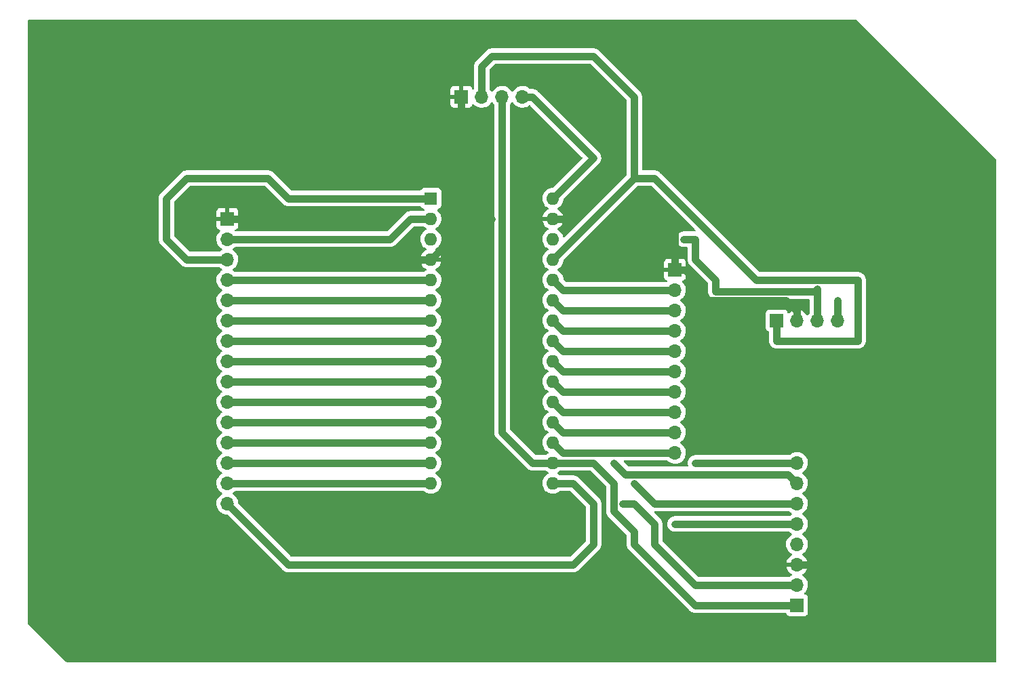
<source format=gbr>
%TF.GenerationSoftware,KiCad,Pcbnew,(6.0.0-0)*%
%TF.CreationDate,2022-01-14T18:13:57-08:00*%
%TF.ProjectId,ArduinoNanoBoard,41726475-696e-46f4-9e61-6e6f426f6172,RedSkull*%
%TF.SameCoordinates,Original*%
%TF.FileFunction,Copper,L1,Top*%
%TF.FilePolarity,Positive*%
%FSLAX46Y46*%
G04 Gerber Fmt 4.6, Leading zero omitted, Abs format (unit mm)*
G04 Created by KiCad (PCBNEW (6.0.0-0)) date 2022-01-14 18:13:57*
%MOMM*%
%LPD*%
G01*
G04 APERTURE LIST*
%TA.AperFunction,ComponentPad*%
%ADD10R,1.700000X1.700000*%
%TD*%
%TA.AperFunction,ComponentPad*%
%ADD11O,1.700000X1.700000*%
%TD*%
%TA.AperFunction,ComponentPad*%
%ADD12R,1.600000X1.600000*%
%TD*%
%TA.AperFunction,ComponentPad*%
%ADD13O,1.600000X1.600000*%
%TD*%
%TA.AperFunction,ViaPad*%
%ADD14C,0.800000*%
%TD*%
%TA.AperFunction,Conductor*%
%ADD15C,0.900000*%
%TD*%
G04 APERTURE END LIST*
D10*
%TO.P,J5,1,Pin_1*%
%TO.N,Net-(A1-Pad27)*%
X175260000Y-93980000D03*
D11*
%TO.P,J5,2,Pin_2*%
%TO.N,GND*%
X177800000Y-93980000D03*
%TO.P,J5,3,Pin_3*%
%TO.N,Net-(A1-Pad5)*%
X180340000Y-93980000D03*
%TO.P,J5,4,Pin_4*%
%TO.N,Net-(A1-Pad6)*%
X182880000Y-93980000D03*
%TD*%
D10*
%TO.P,J4,1,Pin_1*%
%TO.N,Net-(A1-Pad17)*%
X177800000Y-129540000D03*
D11*
%TO.P,J4,2,Pin_2*%
%TO.N,Net-(A1-Pad12)*%
X177800000Y-127000000D03*
%TO.P,J4,3,Pin_3*%
%TO.N,GND*%
X177800000Y-124460000D03*
%TO.P,J4,4,Pin_4*%
%TO.N,unconnected-(J4-Pad4)*%
X177800000Y-121920000D03*
%TO.P,J4,5,Pin_5*%
%TO.N,Net-(A1-Pad15)*%
X177800000Y-119380000D03*
%TO.P,J4,6,Pin_6*%
%TO.N,Net-(A1-Pad14)*%
X177800000Y-116840000D03*
%TO.P,J4,7,Pin_7*%
%TO.N,Net-(A1-Pad16)*%
X177800000Y-114300000D03*
%TO.P,J4,8,Pin_8*%
%TO.N,Net-(A1-Pad13)*%
X177800000Y-111760000D03*
%TD*%
D12*
%TO.P,A1,1,D1/TX*%
%TO.N,Net-(A1-Pad1)*%
X132080000Y-78740000D03*
D13*
%TO.P,A1,2,D0/RX*%
%TO.N,Net-(A1-Pad2)*%
X132080000Y-81280000D03*
%TO.P,A1,3,~{RESET}*%
%TO.N,unconnected-(A1-Pad3)*%
X132080000Y-83820000D03*
%TO.P,A1,4,GND*%
%TO.N,GND*%
X132080000Y-86360000D03*
%TO.P,A1,5,D2*%
%TO.N,Net-(A1-Pad5)*%
X132080000Y-88900000D03*
%TO.P,A1,6,D3*%
%TO.N,Net-(A1-Pad6)*%
X132080000Y-91440000D03*
%TO.P,A1,7,D4*%
%TO.N,Net-(A1-Pad7)*%
X132080000Y-93980000D03*
%TO.P,A1,8,D5*%
%TO.N,Net-(A1-Pad8)*%
X132080000Y-96520000D03*
%TO.P,A1,9,D6*%
%TO.N,Net-(A1-Pad9)*%
X132080000Y-99060000D03*
%TO.P,A1,10,D7*%
%TO.N,Net-(A1-Pad10)*%
X132080000Y-101600000D03*
%TO.P,A1,11,D8*%
%TO.N,Net-(A1-Pad11)*%
X132080000Y-104140000D03*
%TO.P,A1,12,D9*%
%TO.N,Net-(A1-Pad12)*%
X132080000Y-106680000D03*
%TO.P,A1,13,D10*%
%TO.N,Net-(A1-Pad13)*%
X132080000Y-109220000D03*
%TO.P,A1,14,D11*%
%TO.N,Net-(A1-Pad14)*%
X132080000Y-111760000D03*
%TO.P,A1,15,D12*%
%TO.N,Net-(A1-Pad15)*%
X132080000Y-114300000D03*
%TO.P,A1,16,D13*%
%TO.N,Net-(A1-Pad16)*%
X147320000Y-114300000D03*
%TO.P,A1,17,3V3*%
%TO.N,Net-(A1-Pad17)*%
X147320000Y-111760000D03*
%TO.P,A1,18,AREF*%
%TO.N,Net-(A1-Pad18)*%
X147320000Y-109220000D03*
%TO.P,A1,19,A0*%
%TO.N,Net-(A1-Pad19)*%
X147320000Y-106680000D03*
%TO.P,A1,20,A1*%
%TO.N,Net-(A1-Pad20)*%
X147320000Y-104140000D03*
%TO.P,A1,21,A2*%
%TO.N,Net-(A1-Pad21)*%
X147320000Y-101600000D03*
%TO.P,A1,22,A3*%
%TO.N,Net-(A1-Pad22)*%
X147320000Y-99060000D03*
%TO.P,A1,23,A4*%
%TO.N,Net-(A1-Pad23)*%
X147320000Y-96520000D03*
%TO.P,A1,24,A5*%
%TO.N,Net-(A1-Pad24)*%
X147320000Y-93980000D03*
%TO.P,A1,25,A6*%
%TO.N,Net-(A1-Pad25)*%
X147320000Y-91440000D03*
%TO.P,A1,26,A7*%
%TO.N,Net-(A1-Pad26)*%
X147320000Y-88900000D03*
%TO.P,A1,27,+5V*%
%TO.N,Net-(A1-Pad27)*%
X147320000Y-86360000D03*
%TO.P,A1,28,~{RESET}*%
%TO.N,unconnected-(A1-Pad28)*%
X147320000Y-83820000D03*
%TO.P,A1,29,GND*%
%TO.N,GND*%
X147320000Y-81280000D03*
%TO.P,A1,30,VIN*%
%TO.N,Net-(A1-Pad30)*%
X147320000Y-78740000D03*
%TD*%
D10*
%TO.P,J1,1,Pin_1*%
%TO.N,GND*%
X106680000Y-81285000D03*
D11*
%TO.P,J1,2,Pin_2*%
%TO.N,Net-(A1-Pad2)*%
X106680000Y-83825000D03*
%TO.P,J1,3,Pin_3*%
%TO.N,Net-(A1-Pad1)*%
X106680000Y-86365000D03*
%TO.P,J1,4,Pin_4*%
%TO.N,Net-(A1-Pad5)*%
X106680000Y-88905000D03*
%TO.P,J1,5,Pin_5*%
%TO.N,Net-(A1-Pad6)*%
X106680000Y-91445000D03*
%TO.P,J1,6,Pin_6*%
%TO.N,Net-(A1-Pad7)*%
X106680000Y-93985000D03*
%TO.P,J1,7,Pin_7*%
%TO.N,Net-(A1-Pad8)*%
X106680000Y-96525000D03*
%TO.P,J1,8,Pin_8*%
%TO.N,Net-(A1-Pad9)*%
X106680000Y-99065000D03*
%TO.P,J1,9,Pin_9*%
%TO.N,Net-(A1-Pad10)*%
X106680000Y-101605000D03*
%TO.P,J1,10,Pin_10*%
%TO.N,Net-(A1-Pad11)*%
X106680000Y-104145000D03*
%TO.P,J1,11,Pin_11*%
%TO.N,Net-(A1-Pad12)*%
X106680000Y-106685000D03*
%TO.P,J1,12,Pin_12*%
%TO.N,Net-(A1-Pad13)*%
X106680000Y-109225000D03*
%TO.P,J1,13,Pin_13*%
%TO.N,Net-(A1-Pad14)*%
X106680000Y-111765000D03*
%TO.P,J1,14,Pin_14*%
%TO.N,Net-(A1-Pad15)*%
X106680000Y-114305000D03*
%TO.P,J1,15,Pin_15*%
%TO.N,Net-(A1-Pad16)*%
X106680000Y-116845000D03*
%TD*%
D10*
%TO.P,J3,1,Pin_1*%
%TO.N,GND*%
X162560000Y-87635000D03*
D11*
%TO.P,J3,2,Pin_2*%
%TO.N,Net-(A1-Pad26)*%
X162560000Y-90175000D03*
%TO.P,J3,3,Pin_3*%
%TO.N,Net-(A1-Pad25)*%
X162560000Y-92715000D03*
%TO.P,J3,4,Pin_4*%
%TO.N,Net-(A1-Pad24)*%
X162560000Y-95255000D03*
%TO.P,J3,5,Pin_5*%
%TO.N,Net-(A1-Pad23)*%
X162560000Y-97795000D03*
%TO.P,J3,6,Pin_6*%
%TO.N,Net-(A1-Pad22)*%
X162560000Y-100335000D03*
%TO.P,J3,7,Pin_7*%
%TO.N,Net-(A1-Pad21)*%
X162560000Y-102875000D03*
%TO.P,J3,8,Pin_8*%
%TO.N,Net-(A1-Pad20)*%
X162560000Y-105415000D03*
%TO.P,J3,9,Pin_9*%
%TO.N,Net-(A1-Pad19)*%
X162560000Y-107955000D03*
%TO.P,J3,10,Pin_10*%
%TO.N,Net-(A1-Pad18)*%
X162560000Y-110495000D03*
%TD*%
D10*
%TO.P,J2,1,Pin_1*%
%TO.N,GND*%
X135900000Y-66040000D03*
D11*
%TO.P,J2,2,Pin_2*%
%TO.N,Net-(A1-Pad27)*%
X138440000Y-66040000D03*
%TO.P,J2,3,Pin_3*%
%TO.N,Net-(A1-Pad17)*%
X140980000Y-66040000D03*
%TO.P,J2,4,Pin_4*%
%TO.N,Net-(A1-Pad30)*%
X143520000Y-66040000D03*
%TD*%
D14*
%TO.N,GND*%
X139700000Y-81280000D03*
X157480000Y-81280000D03*
X119380000Y-81280000D03*
X119380000Y-81280000D03*
X139700000Y-81280000D03*
X119380000Y-81280000D03*
X157480000Y-81280000D03*
X119380000Y-86360000D03*
X119380000Y-81280000D03*
X152400000Y-78740000D03*
%TO.N,Net-(A1-Pad5)*%
X163659520Y-83820000D03*
X163659520Y-83820000D03*
X163659520Y-83820000D03*
%TO.N,Net-(A1-Pad6)*%
X182880000Y-91440000D03*
X182880000Y-91440000D03*
%TO.N,Net-(A1-Pad12)*%
X156039520Y-116840000D03*
%TO.N,Net-(A1-Pad13)*%
X165100000Y-111760000D03*
X165100000Y-111760000D03*
%TO.N,Net-(A1-Pad14)*%
X157480000Y-114300000D03*
%TO.N,Net-(A1-Pad15)*%
X162560000Y-119380000D03*
%TO.N,Net-(A1-Pad16)*%
X154940000Y-111760000D03*
X154940000Y-111760000D03*
%TD*%
D15*
%TO.N,Net-(A1-Pad1)*%
X99060000Y-83820000D02*
X101600000Y-86360000D01*
X101600000Y-86360000D02*
X104140000Y-86360000D01*
X111760000Y-76200000D02*
X101600000Y-76200000D01*
X104140000Y-86360000D02*
X104145000Y-86365000D01*
X101600000Y-76200000D02*
X99060000Y-78740000D01*
X104145000Y-86365000D02*
X106680000Y-86365000D01*
X132080000Y-78740000D02*
X114300000Y-78740000D01*
X114300000Y-78740000D02*
X111760000Y-76200000D01*
X99060000Y-78740000D02*
X99060000Y-83820000D01*
%TO.N,Net-(A1-Pad17)*%
X154940000Y-114300000D02*
X152400000Y-111760000D01*
X144780000Y-111760000D02*
X147320000Y-111760000D01*
X154940000Y-117825044D02*
X154940000Y-114300000D01*
X177800000Y-129540000D02*
X165100000Y-129540000D01*
X157480000Y-121920000D02*
X157480000Y-120365044D01*
X165100000Y-129540000D02*
X157480000Y-121920000D01*
X140980000Y-107960000D02*
X144780000Y-111760000D01*
X157480000Y-120365044D02*
X154940000Y-117825044D01*
X140980000Y-66040000D02*
X140980000Y-107960000D01*
X152400000Y-111760000D02*
X147320000Y-111760000D01*
%TO.N,Net-(A1-Pad2)*%
X106680000Y-83825000D02*
X126995000Y-83825000D01*
X126995000Y-83825000D02*
X129540000Y-81280000D01*
X129540000Y-81280000D02*
X132080000Y-81280000D01*
%TO.N,Net-(A1-Pad18)*%
X148595000Y-110495000D02*
X147320000Y-109220000D01*
X162560000Y-110495000D02*
X148595000Y-110495000D01*
%TO.N,Net-(A1-Pad19)*%
X148595000Y-107955000D02*
X147320000Y-106680000D01*
X162560000Y-107955000D02*
X148595000Y-107955000D01*
%TO.N,GND*%
X152400000Y-78740000D02*
X149860000Y-81280000D01*
X176462081Y-91440000D02*
X165100000Y-91440000D01*
X162560000Y-87635000D02*
X162560000Y-81280000D01*
X165100000Y-109220000D02*
X165100000Y-88900000D01*
X119380000Y-81280000D02*
X119375000Y-81285000D01*
X163835000Y-87635000D02*
X162560000Y-87635000D01*
X162560000Y-81280000D02*
X157480000Y-81280000D01*
X135900000Y-69860000D02*
X137160000Y-71120000D01*
X135900000Y-66040000D02*
X135900000Y-69860000D01*
X177800000Y-92777919D02*
X176462081Y-91440000D01*
X182880000Y-109220000D02*
X165100000Y-109220000D01*
X165100000Y-88900000D02*
X163835000Y-87635000D01*
X132080000Y-86360000D02*
X137160000Y-81280000D01*
X119375000Y-81285000D02*
X106680000Y-81285000D01*
X177800000Y-93980000D02*
X177800000Y-92777919D01*
X137160000Y-81280000D02*
X139700000Y-81280000D01*
X177800000Y-124460000D02*
X182880000Y-124460000D01*
X149860000Y-81280000D02*
X147320000Y-81280000D01*
X182880000Y-124460000D02*
X182880000Y-109220000D01*
X132080000Y-86360000D02*
X119380000Y-86360000D01*
X137160000Y-71120000D02*
X137160000Y-81280000D01*
%TO.N,Net-(A1-Pad20)*%
X162560000Y-105415000D02*
X148595000Y-105415000D01*
X148595000Y-105415000D02*
X147320000Y-104140000D01*
%TO.N,Net-(A1-Pad5)*%
X165100000Y-86360000D02*
X165100000Y-83820000D01*
X167640000Y-90340480D02*
X167640000Y-88900000D01*
X180340000Y-89999520D02*
X179999040Y-90340480D01*
X165100000Y-83820000D02*
X163659520Y-83820000D01*
X106680000Y-88905000D02*
X132075000Y-88905000D01*
X179999040Y-90340480D02*
X167640000Y-90340480D01*
X180340000Y-93980000D02*
X180340000Y-89999520D01*
X132075000Y-88905000D02*
X132080000Y-88900000D01*
X167640000Y-88900000D02*
X165100000Y-86360000D01*
%TO.N,Net-(A1-Pad21)*%
X162560000Y-102875000D02*
X148595000Y-102875000D01*
X148595000Y-102875000D02*
X147320000Y-101600000D01*
%TO.N,Net-(A1-Pad6)*%
X182880000Y-93980000D02*
X182880000Y-91440000D01*
X106680000Y-91445000D02*
X132075000Y-91445000D01*
X132075000Y-91445000D02*
X132080000Y-91440000D01*
%TO.N,Net-(A1-Pad22)*%
X148595000Y-100335000D02*
X147320000Y-99060000D01*
X162560000Y-100335000D02*
X148595000Y-100335000D01*
%TO.N,Net-(A1-Pad7)*%
X106680000Y-93985000D02*
X132075000Y-93985000D01*
X132075000Y-93985000D02*
X132080000Y-93980000D01*
%TO.N,Net-(A1-Pad23)*%
X148595000Y-97795000D02*
X147320000Y-96520000D01*
X162560000Y-97795000D02*
X148595000Y-97795000D01*
%TO.N,Net-(A1-Pad8)*%
X132075000Y-96525000D02*
X132080000Y-96520000D01*
X106680000Y-96525000D02*
X132075000Y-96525000D01*
%TO.N,Net-(A1-Pad24)*%
X148595000Y-95255000D02*
X147320000Y-93980000D01*
X162560000Y-95255000D02*
X148595000Y-95255000D01*
%TO.N,Net-(A1-Pad9)*%
X106680000Y-99065000D02*
X132075000Y-99065000D01*
X132075000Y-99065000D02*
X132080000Y-99060000D01*
%TO.N,Net-(A1-Pad25)*%
X162560000Y-92715000D02*
X148595000Y-92715000D01*
X148595000Y-92715000D02*
X147320000Y-91440000D01*
%TO.N,Net-(A1-Pad10)*%
X106680000Y-101605000D02*
X132075000Y-101605000D01*
X132075000Y-101605000D02*
X132080000Y-101600000D01*
%TO.N,Net-(A1-Pad26)*%
X148595000Y-90175000D02*
X147320000Y-88900000D01*
X162560000Y-90175000D02*
X148595000Y-90175000D01*
%TO.N,Net-(A1-Pad11)*%
X132075000Y-104145000D02*
X132080000Y-104140000D01*
X106680000Y-104145000D02*
X132075000Y-104145000D01*
%TO.N,Net-(A1-Pad27)*%
X175260000Y-96520000D02*
X185420000Y-96520000D01*
X175260000Y-93980000D02*
X175260000Y-96520000D01*
X185420000Y-88900000D02*
X172720000Y-88900000D01*
X139700000Y-60960000D02*
X152400000Y-60960000D01*
X138440000Y-66040000D02*
X138440000Y-62220000D01*
X185420000Y-96520000D02*
X185420000Y-88900000D01*
X157480000Y-76200000D02*
X147320000Y-86360000D01*
X157480000Y-66040000D02*
X157480000Y-76200000D01*
X152400000Y-60960000D02*
X157480000Y-66040000D01*
X172720000Y-88900000D02*
X160020000Y-76200000D01*
X160020000Y-76200000D02*
X157480000Y-76200000D01*
X138440000Y-62220000D02*
X139700000Y-60960000D01*
%TO.N,Net-(A1-Pad12)*%
X106680000Y-106685000D02*
X132075000Y-106685000D01*
X157480000Y-116840000D02*
X156039520Y-116840000D01*
X160020000Y-119380000D02*
X157480000Y-116840000D01*
X132075000Y-106685000D02*
X132080000Y-106680000D01*
X165100000Y-127000000D02*
X160020000Y-121920000D01*
X177800000Y-127000000D02*
X165100000Y-127000000D01*
X160020000Y-121920000D02*
X160020000Y-119380000D01*
%TO.N,Net-(A1-Pad13)*%
X106680000Y-109225000D02*
X132075000Y-109225000D01*
X132075000Y-109225000D02*
X132080000Y-109220000D01*
X177800000Y-111760000D02*
X165100000Y-111760000D01*
%TO.N,Net-(A1-Pad14)*%
X177800000Y-116840000D02*
X160020000Y-116840000D01*
X106680000Y-111765000D02*
X132075000Y-111765000D01*
X132075000Y-111765000D02*
X132080000Y-111760000D01*
X160020000Y-116840000D02*
X157480000Y-114300000D01*
%TO.N,Net-(A1-Pad30)*%
X152400000Y-73660000D02*
X147320000Y-78740000D01*
X144780000Y-66040000D02*
X152400000Y-73660000D01*
X143520000Y-66040000D02*
X144780000Y-66040000D01*
%TO.N,Net-(A1-Pad15)*%
X106680000Y-114305000D02*
X132075000Y-114305000D01*
X132075000Y-114305000D02*
X132080000Y-114300000D01*
X177800000Y-119380000D02*
X162560000Y-119380000D01*
%TO.N,Net-(A1-Pad16)*%
X152400000Y-116840000D02*
X149860000Y-114300000D01*
X152400000Y-121920000D02*
X152400000Y-116840000D01*
X176700480Y-113200480D02*
X156380480Y-113200480D01*
X177800000Y-114300000D02*
X176700480Y-113200480D01*
X156380480Y-113200480D02*
X154940000Y-111760000D01*
X114295000Y-124460000D02*
X149860000Y-124460000D01*
X149860000Y-114300000D02*
X147320000Y-114300000D01*
X106680000Y-116845000D02*
X114295000Y-124460000D01*
X149860000Y-124460000D02*
X152400000Y-121920000D01*
%TD*%
%TA.AperFunction,Conductor*%
%TO.N,GND*%
G36*
X185225511Y-56408002D02*
G01*
X185246485Y-56424905D01*
X202655095Y-73833515D01*
X202689121Y-73895827D01*
X202692000Y-73922610D01*
X202692000Y-136526000D01*
X202671998Y-136594121D01*
X202618342Y-136640614D01*
X202566000Y-136652000D01*
X86622610Y-136652000D01*
X86554489Y-136631998D01*
X86533515Y-136615095D01*
X81824905Y-131906485D01*
X81790879Y-131844173D01*
X81788000Y-131817390D01*
X81788000Y-78763539D01*
X98096845Y-78763539D01*
X98097645Y-78769871D01*
X98100506Y-78792519D01*
X98101500Y-78808311D01*
X98101500Y-83804451D01*
X98101451Y-83807969D01*
X98099979Y-83860683D01*
X98099144Y-83890561D01*
X98100253Y-83896850D01*
X98109146Y-83947287D01*
X98110415Y-83956432D01*
X98116235Y-84013727D01*
X98124380Y-84039717D01*
X98128230Y-84055512D01*
X98132958Y-84082327D01*
X98135308Y-84088262D01*
X98135309Y-84088266D01*
X98154159Y-84135875D01*
X98157236Y-84144562D01*
X98174465Y-84199541D01*
X98177558Y-84205120D01*
X98187670Y-84223363D01*
X98194620Y-84238066D01*
X98202289Y-84257437D01*
X98202291Y-84257442D01*
X98204641Y-84263376D01*
X98208140Y-84268723D01*
X98236174Y-84311563D01*
X98240942Y-84319467D01*
X98268870Y-84369850D01*
X98273021Y-84374693D01*
X98286591Y-84390526D01*
X98296352Y-84403527D01*
X98306606Y-84419195D01*
X98311264Y-84426314D01*
X98315547Y-84431071D01*
X98352682Y-84468206D01*
X98359255Y-84475304D01*
X98395591Y-84517698D01*
X98400628Y-84521605D01*
X98400630Y-84521607D01*
X98418679Y-84535607D01*
X98430547Y-84546071D01*
X100911207Y-87026730D01*
X100913661Y-87029252D01*
X100970466Y-87089322D01*
X100975692Y-87092981D01*
X101017660Y-87122368D01*
X101025024Y-87127938D01*
X101069643Y-87164328D01*
X101075300Y-87167285D01*
X101075301Y-87167286D01*
X101093770Y-87176941D01*
X101107668Y-87185391D01*
X101129975Y-87201011D01*
X101145837Y-87207875D01*
X101182828Y-87223883D01*
X101191162Y-87227858D01*
X101242208Y-87254544D01*
X101268394Y-87262052D01*
X101283688Y-87267528D01*
X101308684Y-87278345D01*
X101314929Y-87279650D01*
X101314930Y-87279650D01*
X101365065Y-87290124D01*
X101374015Y-87292339D01*
X101429389Y-87308216D01*
X101456544Y-87310305D01*
X101472633Y-87312595D01*
X101499293Y-87318165D01*
X101505685Y-87318500D01*
X101558197Y-87318500D01*
X101567864Y-87318871D01*
X101617179Y-87322666D01*
X101617183Y-87322666D01*
X101623539Y-87323155D01*
X101652520Y-87319494D01*
X101668311Y-87318500D01*
X104008943Y-87318500D01*
X104034710Y-87321163D01*
X104044293Y-87323165D01*
X104050685Y-87323500D01*
X104103197Y-87323500D01*
X104112864Y-87323871D01*
X104162179Y-87327666D01*
X104162183Y-87327666D01*
X104168539Y-87328155D01*
X104197520Y-87324494D01*
X104213311Y-87323500D01*
X105662168Y-87323500D01*
X105730289Y-87343502D01*
X105742653Y-87352556D01*
X105898126Y-87481632D01*
X105929301Y-87499849D01*
X105971445Y-87524476D01*
X106020169Y-87576114D01*
X106033240Y-87645897D01*
X106006509Y-87711669D01*
X105966055Y-87745027D01*
X105953607Y-87751507D01*
X105949474Y-87754610D01*
X105949471Y-87754612D01*
X105925247Y-87772800D01*
X105774965Y-87885635D01*
X105620629Y-88047138D01*
X105494743Y-88231680D01*
X105489372Y-88243251D01*
X105416368Y-88400526D01*
X105400688Y-88434305D01*
X105340989Y-88649570D01*
X105317251Y-88871695D01*
X105317548Y-88876848D01*
X105317548Y-88876851D01*
X105319576Y-88912016D01*
X105330110Y-89094715D01*
X105331247Y-89099761D01*
X105331248Y-89099767D01*
X105342810Y-89151070D01*
X105379222Y-89312639D01*
X105463266Y-89519616D01*
X105579987Y-89710088D01*
X105726250Y-89878938D01*
X105898126Y-90021632D01*
X105956606Y-90055805D01*
X105971445Y-90064476D01*
X106020169Y-90116114D01*
X106033240Y-90185897D01*
X106006509Y-90251669D01*
X105966055Y-90285027D01*
X105953607Y-90291507D01*
X105949474Y-90294610D01*
X105949471Y-90294612D01*
X105779100Y-90422530D01*
X105774965Y-90425635D01*
X105620629Y-90587138D01*
X105494743Y-90771680D01*
X105489372Y-90783251D01*
X105434766Y-90900891D01*
X105400688Y-90974305D01*
X105340989Y-91189570D01*
X105317251Y-91411695D01*
X105317548Y-91416848D01*
X105317548Y-91416851D01*
X105319941Y-91458357D01*
X105330110Y-91634715D01*
X105331247Y-91639761D01*
X105331248Y-91639767D01*
X105353048Y-91736498D01*
X105379222Y-91852639D01*
X105463266Y-92059616D01*
X105579987Y-92250088D01*
X105726250Y-92418938D01*
X105898126Y-92561632D01*
X105929301Y-92579849D01*
X105971445Y-92604476D01*
X106020169Y-92656114D01*
X106033240Y-92725897D01*
X106006509Y-92791669D01*
X105966055Y-92825027D01*
X105953607Y-92831507D01*
X105949474Y-92834610D01*
X105949471Y-92834612D01*
X105873433Y-92891703D01*
X105774965Y-92965635D01*
X105620629Y-93127138D01*
X105617715Y-93131410D01*
X105617714Y-93131411D01*
X105562838Y-93211857D01*
X105494743Y-93311680D01*
X105400688Y-93514305D01*
X105340989Y-93729570D01*
X105317251Y-93951695D01*
X105317548Y-93956848D01*
X105317548Y-93956851D01*
X105323592Y-94061669D01*
X105330110Y-94174715D01*
X105331247Y-94179761D01*
X105331248Y-94179767D01*
X105353048Y-94276498D01*
X105379222Y-94392639D01*
X105463266Y-94599616D01*
X105510955Y-94677438D01*
X105574227Y-94780688D01*
X105579987Y-94790088D01*
X105726250Y-94958938D01*
X105801213Y-95021173D01*
X105888123Y-95093327D01*
X105898126Y-95101632D01*
X105929301Y-95119849D01*
X105971445Y-95144476D01*
X106020169Y-95196114D01*
X106033240Y-95265897D01*
X106006509Y-95331669D01*
X105966055Y-95365027D01*
X105953607Y-95371507D01*
X105949474Y-95374610D01*
X105949471Y-95374612D01*
X105798663Y-95487842D01*
X105774965Y-95505635D01*
X105620629Y-95667138D01*
X105494743Y-95851680D01*
X105400688Y-96054305D01*
X105340989Y-96269570D01*
X105317251Y-96491695D01*
X105317548Y-96496848D01*
X105317548Y-96496851D01*
X105326788Y-96657104D01*
X105330110Y-96714715D01*
X105331247Y-96719761D01*
X105331248Y-96719767D01*
X105351880Y-96811316D01*
X105379222Y-96932639D01*
X105416654Y-97024823D01*
X105443719Y-97091476D01*
X105463266Y-97139616D01*
X105514942Y-97223944D01*
X105568370Y-97311130D01*
X105579987Y-97330088D01*
X105726250Y-97498938D01*
X105898126Y-97641632D01*
X105929301Y-97659849D01*
X105971445Y-97684476D01*
X106020169Y-97736114D01*
X106033240Y-97805897D01*
X106006509Y-97871669D01*
X105966055Y-97905027D01*
X105953607Y-97911507D01*
X105949474Y-97914610D01*
X105949471Y-97914612D01*
X105925247Y-97932800D01*
X105774965Y-98045635D01*
X105620629Y-98207138D01*
X105494743Y-98391680D01*
X105400688Y-98594305D01*
X105340989Y-98809570D01*
X105317251Y-99031695D01*
X105317548Y-99036848D01*
X105317548Y-99036851D01*
X105319941Y-99078357D01*
X105330110Y-99254715D01*
X105331247Y-99259761D01*
X105331248Y-99259767D01*
X105353048Y-99356498D01*
X105379222Y-99472639D01*
X105463266Y-99679616D01*
X105579987Y-99870088D01*
X105726250Y-100038938D01*
X105898126Y-100181632D01*
X105929301Y-100199849D01*
X105971445Y-100224476D01*
X106020169Y-100276114D01*
X106033240Y-100345897D01*
X106006509Y-100411669D01*
X105966055Y-100445027D01*
X105953607Y-100451507D01*
X105949474Y-100454610D01*
X105949471Y-100454612D01*
X105925247Y-100472800D01*
X105774965Y-100585635D01*
X105620629Y-100747138D01*
X105494743Y-100931680D01*
X105400688Y-101134305D01*
X105340989Y-101349570D01*
X105317251Y-101571695D01*
X105317548Y-101576848D01*
X105317548Y-101576851D01*
X105319941Y-101618357D01*
X105330110Y-101794715D01*
X105331247Y-101799761D01*
X105331248Y-101799767D01*
X105353048Y-101896498D01*
X105379222Y-102012639D01*
X105463266Y-102219616D01*
X105579987Y-102410088D01*
X105726250Y-102578938D01*
X105898126Y-102721632D01*
X105929301Y-102739849D01*
X105971445Y-102764476D01*
X106020169Y-102816114D01*
X106033240Y-102885897D01*
X106006509Y-102951669D01*
X105966055Y-102985027D01*
X105953607Y-102991507D01*
X105949474Y-102994610D01*
X105949471Y-102994612D01*
X105925247Y-103012800D01*
X105774965Y-103125635D01*
X105620629Y-103287138D01*
X105494743Y-103471680D01*
X105400688Y-103674305D01*
X105340989Y-103889570D01*
X105317251Y-104111695D01*
X105317548Y-104116848D01*
X105317548Y-104116851D01*
X105319941Y-104158357D01*
X105330110Y-104334715D01*
X105331247Y-104339761D01*
X105331248Y-104339767D01*
X105353048Y-104436498D01*
X105379222Y-104552639D01*
X105463266Y-104759616D01*
X105579987Y-104950088D01*
X105726250Y-105118938D01*
X105898126Y-105261632D01*
X105929301Y-105279849D01*
X105971445Y-105304476D01*
X106020169Y-105356114D01*
X106033240Y-105425897D01*
X106006509Y-105491669D01*
X105966055Y-105525027D01*
X105953607Y-105531507D01*
X105949474Y-105534610D01*
X105949471Y-105534612D01*
X105925247Y-105552800D01*
X105774965Y-105665635D01*
X105620629Y-105827138D01*
X105494743Y-106011680D01*
X105400688Y-106214305D01*
X105340989Y-106429570D01*
X105317251Y-106651695D01*
X105317548Y-106656848D01*
X105317548Y-106656851D01*
X105319941Y-106698357D01*
X105330110Y-106874715D01*
X105331247Y-106879761D01*
X105331248Y-106879767D01*
X105353048Y-106976498D01*
X105379222Y-107092639D01*
X105463266Y-107299616D01*
X105579987Y-107490088D01*
X105726250Y-107658938D01*
X105898126Y-107801632D01*
X105929301Y-107819849D01*
X105971445Y-107844476D01*
X106020169Y-107896114D01*
X106033240Y-107965897D01*
X106006509Y-108031669D01*
X105966055Y-108065027D01*
X105953607Y-108071507D01*
X105949474Y-108074610D01*
X105949471Y-108074612D01*
X105779100Y-108202530D01*
X105774965Y-108205635D01*
X105620629Y-108367138D01*
X105494743Y-108551680D01*
X105400688Y-108754305D01*
X105340989Y-108969570D01*
X105317251Y-109191695D01*
X105317548Y-109196848D01*
X105317548Y-109196851D01*
X105319941Y-109238357D01*
X105330110Y-109414715D01*
X105331247Y-109419761D01*
X105331248Y-109419767D01*
X105353048Y-109516498D01*
X105379222Y-109632639D01*
X105463266Y-109839616D01*
X105579987Y-110030088D01*
X105726250Y-110198938D01*
X105898126Y-110341632D01*
X105929301Y-110359849D01*
X105971445Y-110384476D01*
X106020169Y-110436114D01*
X106033240Y-110505897D01*
X106006509Y-110571669D01*
X105966055Y-110605027D01*
X105953607Y-110611507D01*
X105949474Y-110614610D01*
X105949471Y-110614612D01*
X105781624Y-110740635D01*
X105774965Y-110745635D01*
X105620629Y-110907138D01*
X105494743Y-111091680D01*
X105447973Y-111192438D01*
X105418850Y-111255179D01*
X105400688Y-111294305D01*
X105340989Y-111509570D01*
X105317251Y-111731695D01*
X105317548Y-111736848D01*
X105317548Y-111736851D01*
X105324424Y-111856097D01*
X105330110Y-111954715D01*
X105331247Y-111959761D01*
X105331248Y-111959767D01*
X105352265Y-112053023D01*
X105379222Y-112172639D01*
X105463266Y-112379616D01*
X105492927Y-112428019D01*
X105550738Y-112522357D01*
X105579987Y-112570088D01*
X105726250Y-112738938D01*
X105898126Y-112881632D01*
X105929301Y-112899849D01*
X105971445Y-112924476D01*
X106020169Y-112976114D01*
X106033240Y-113045897D01*
X106006509Y-113111669D01*
X105966055Y-113145027D01*
X105953607Y-113151507D01*
X105949474Y-113154610D01*
X105949471Y-113154612D01*
X105925247Y-113172800D01*
X105774965Y-113285635D01*
X105735915Y-113326498D01*
X105634960Y-113432142D01*
X105620629Y-113447138D01*
X105617715Y-113451410D01*
X105617714Y-113451411D01*
X105598701Y-113479283D01*
X105494743Y-113631680D01*
X105400688Y-113834305D01*
X105340989Y-114049570D01*
X105317251Y-114271695D01*
X105317548Y-114276848D01*
X105317548Y-114276851D01*
X105322914Y-114369908D01*
X105330110Y-114494715D01*
X105331247Y-114499761D01*
X105331248Y-114499767D01*
X105352265Y-114593023D01*
X105379222Y-114712639D01*
X105413419Y-114796857D01*
X105457865Y-114906314D01*
X105463266Y-114919616D01*
X105579987Y-115110088D01*
X105726250Y-115278938D01*
X105801213Y-115341173D01*
X105888123Y-115413327D01*
X105898126Y-115421632D01*
X105929301Y-115439849D01*
X105971445Y-115464476D01*
X106020169Y-115516114D01*
X106033240Y-115585897D01*
X106006509Y-115651669D01*
X105966055Y-115685027D01*
X105953607Y-115691507D01*
X105949474Y-115694610D01*
X105949471Y-115694612D01*
X105781624Y-115820635D01*
X105774965Y-115825635D01*
X105620629Y-115987138D01*
X105494743Y-116171680D01*
X105479003Y-116205590D01*
X105416368Y-116340526D01*
X105400688Y-116374305D01*
X105340989Y-116589570D01*
X105317251Y-116811695D01*
X105317548Y-116816848D01*
X105317548Y-116816851D01*
X105322914Y-116909908D01*
X105330110Y-117034715D01*
X105331247Y-117039761D01*
X105331248Y-117039767D01*
X105352265Y-117133023D01*
X105379222Y-117252639D01*
X105463266Y-117459616D01*
X105579987Y-117650088D01*
X105726250Y-117818938D01*
X105801213Y-117881173D01*
X105892399Y-117956877D01*
X105898126Y-117961632D01*
X106091000Y-118074338D01*
X106095825Y-118076180D01*
X106095826Y-118076181D01*
X106163232Y-118101921D01*
X106299692Y-118154030D01*
X106304760Y-118155061D01*
X106304763Y-118155062D01*
X106412379Y-118176957D01*
X106518597Y-118198567D01*
X106523770Y-118198757D01*
X106523773Y-118198757D01*
X106634640Y-118202822D01*
X106701982Y-118225306D01*
X106719118Y-118239642D01*
X113606224Y-125126748D01*
X113608678Y-125129270D01*
X113665466Y-125189322D01*
X113712672Y-125222376D01*
X113719998Y-125227916D01*
X113764643Y-125264328D01*
X113770300Y-125267285D01*
X113770301Y-125267286D01*
X113788770Y-125276941D01*
X113802668Y-125285391D01*
X113824975Y-125301011D01*
X113830831Y-125303545D01*
X113877828Y-125323883D01*
X113886162Y-125327858D01*
X113907408Y-125338965D01*
X113937208Y-125354544D01*
X113963394Y-125362052D01*
X113978688Y-125367528D01*
X114003684Y-125378345D01*
X114009929Y-125379650D01*
X114009930Y-125379650D01*
X114060065Y-125390124D01*
X114069015Y-125392339D01*
X114124389Y-125408216D01*
X114151544Y-125410305D01*
X114167633Y-125412595D01*
X114194293Y-125418165D01*
X114200685Y-125418500D01*
X114253197Y-125418500D01*
X114262864Y-125418871D01*
X114312179Y-125422666D01*
X114312183Y-125422666D01*
X114318539Y-125423155D01*
X114347520Y-125419494D01*
X114363311Y-125418500D01*
X149844451Y-125418500D01*
X149847969Y-125418549D01*
X149924179Y-125420678D01*
X149924182Y-125420678D01*
X149930561Y-125420856D01*
X149945822Y-125418165D01*
X149987287Y-125410854D01*
X149996432Y-125409585D01*
X150009908Y-125408216D01*
X150053727Y-125403765D01*
X150079717Y-125395620D01*
X150095512Y-125391770D01*
X150116040Y-125388151D01*
X150116044Y-125388150D01*
X150122327Y-125387042D01*
X150128262Y-125384692D01*
X150128266Y-125384691D01*
X150175875Y-125365841D01*
X150184562Y-125362764D01*
X150239541Y-125345535D01*
X150263364Y-125332330D01*
X150278066Y-125325380D01*
X150297437Y-125317711D01*
X150297442Y-125317709D01*
X150303376Y-125315359D01*
X150351566Y-125283824D01*
X150359470Y-125279056D01*
X150404270Y-125254223D01*
X150409850Y-125251130D01*
X150414983Y-125246730D01*
X150430526Y-125233409D01*
X150443527Y-125223648D01*
X150462261Y-125211388D01*
X150466314Y-125208736D01*
X150471071Y-125204453D01*
X150508206Y-125167318D01*
X150515304Y-125160745D01*
X150519460Y-125157183D01*
X150557698Y-125124409D01*
X150575607Y-125101321D01*
X150586071Y-125089453D01*
X153066730Y-122608793D01*
X153069252Y-122606339D01*
X153124688Y-122553916D01*
X153129322Y-122549534D01*
X153162368Y-122502340D01*
X153167938Y-122494976D01*
X153192981Y-122464270D01*
X153204328Y-122450357D01*
X153216941Y-122426230D01*
X153225391Y-122412332D01*
X153237350Y-122395253D01*
X153241011Y-122390025D01*
X153263883Y-122337172D01*
X153267858Y-122328838D01*
X153283174Y-122299541D01*
X153294544Y-122277792D01*
X153302052Y-122251606D01*
X153307528Y-122236312D01*
X153318345Y-122211316D01*
X153330124Y-122154935D01*
X153332341Y-122145975D01*
X153339843Y-122119811D01*
X153348216Y-122090611D01*
X153350305Y-122063456D01*
X153352595Y-122047367D01*
X153358165Y-122020707D01*
X153358500Y-122014315D01*
X153358500Y-121961803D01*
X153358871Y-121952136D01*
X153362666Y-121902821D01*
X153362666Y-121902817D01*
X153363155Y-121896461D01*
X153359494Y-121867480D01*
X153358500Y-121851689D01*
X153358500Y-116855527D01*
X153358549Y-116852008D01*
X153360678Y-116775821D01*
X153360678Y-116775818D01*
X153360856Y-116769439D01*
X153350854Y-116712713D01*
X153349585Y-116703568D01*
X153348387Y-116691780D01*
X153343765Y-116646273D01*
X153335620Y-116620283D01*
X153331770Y-116604488D01*
X153328151Y-116583960D01*
X153328150Y-116583956D01*
X153327042Y-116577673D01*
X153305839Y-116524120D01*
X153302758Y-116515418D01*
X153287444Y-116466549D01*
X153287442Y-116466545D01*
X153285535Y-116460459D01*
X153282444Y-116454883D01*
X153282442Y-116454878D01*
X153272329Y-116436634D01*
X153265381Y-116421935D01*
X153258961Y-116405720D01*
X153255359Y-116396623D01*
X153251862Y-116391280D01*
X153251860Y-116391275D01*
X153223824Y-116348433D01*
X153219054Y-116340526D01*
X153194223Y-116295730D01*
X153191130Y-116290150D01*
X153186983Y-116285311D01*
X153186979Y-116285306D01*
X153173410Y-116269476D01*
X153163644Y-116256469D01*
X153151385Y-116237734D01*
X153151382Y-116237730D01*
X153148735Y-116233685D01*
X153144452Y-116228929D01*
X153107324Y-116191801D01*
X153100751Y-116184703D01*
X153068568Y-116147154D01*
X153068566Y-116147152D01*
X153064409Y-116142302D01*
X153041314Y-116124387D01*
X153029452Y-116113929D01*
X150548776Y-113633252D01*
X150546322Y-113630730D01*
X150493916Y-113575312D01*
X150489534Y-113570678D01*
X150442328Y-113537624D01*
X150435002Y-113532084D01*
X150390357Y-113495672D01*
X150366230Y-113483059D01*
X150352332Y-113474609D01*
X150335253Y-113462650D01*
X150330025Y-113458989D01*
X150294004Y-113443401D01*
X150277172Y-113436117D01*
X150268838Y-113432142D01*
X150223444Y-113408411D01*
X150217792Y-113405456D01*
X150191606Y-113397948D01*
X150176312Y-113392472D01*
X150151316Y-113381655D01*
X150145071Y-113380350D01*
X150145070Y-113380350D01*
X150094935Y-113369876D01*
X150085985Y-113367661D01*
X150030611Y-113351784D01*
X150003456Y-113349695D01*
X149987367Y-113347405D01*
X149960707Y-113341835D01*
X149954315Y-113341500D01*
X149901803Y-113341500D01*
X149892136Y-113341129D01*
X149842821Y-113337334D01*
X149842817Y-113337334D01*
X149836461Y-113336845D01*
X149807481Y-113340506D01*
X149791689Y-113341500D01*
X148264188Y-113341500D01*
X148196067Y-113321498D01*
X148175093Y-113304595D01*
X148164300Y-113293802D01*
X148159792Y-113290645D01*
X148159789Y-113290643D01*
X148081611Y-113235902D01*
X147976749Y-113162477D01*
X147971767Y-113160154D01*
X147971762Y-113160151D01*
X147937543Y-113144195D01*
X147884258Y-113097278D01*
X147864797Y-113029001D01*
X147885339Y-112961041D01*
X147937543Y-112915805D01*
X147971762Y-112899849D01*
X147971767Y-112899846D01*
X147976749Y-112897523D01*
X148081611Y-112824098D01*
X148159789Y-112769357D01*
X148159792Y-112769355D01*
X148164300Y-112766198D01*
X148175093Y-112755405D01*
X148237405Y-112721379D01*
X148264188Y-112718500D01*
X151950786Y-112718500D01*
X152018907Y-112738502D01*
X152039881Y-112755405D01*
X153944595Y-114660118D01*
X153978620Y-114722430D01*
X153981500Y-114749213D01*
X153981500Y-117809495D01*
X153981451Y-117813013D01*
X153980826Y-117835405D01*
X153979144Y-117895605D01*
X153980253Y-117901894D01*
X153989146Y-117952331D01*
X153990415Y-117961476D01*
X153996235Y-118018771D01*
X154004380Y-118044761D01*
X154008230Y-118060556D01*
X154012958Y-118087371D01*
X154015308Y-118093306D01*
X154015309Y-118093310D01*
X154034159Y-118140919D01*
X154037236Y-118149606D01*
X154054465Y-118204585D01*
X154065951Y-118225306D01*
X154067670Y-118228407D01*
X154074620Y-118243110D01*
X154082289Y-118262481D01*
X154082291Y-118262486D01*
X154084641Y-118268420D01*
X154088140Y-118273767D01*
X154116174Y-118316607D01*
X154120942Y-118324511D01*
X154148870Y-118374894D01*
X154153021Y-118379737D01*
X154166591Y-118395570D01*
X154176352Y-118408571D01*
X154186606Y-118424239D01*
X154191264Y-118431358D01*
X154195547Y-118436115D01*
X154232682Y-118473250D01*
X154239255Y-118480348D01*
X154275591Y-118522742D01*
X154280628Y-118526649D01*
X154280630Y-118526651D01*
X154298679Y-118540651D01*
X154310547Y-118551115D01*
X155408870Y-119649437D01*
X156484595Y-120725162D01*
X156518620Y-120787474D01*
X156521500Y-120814257D01*
X156521500Y-121904451D01*
X156521451Y-121907969D01*
X156520083Y-121956958D01*
X156519144Y-121990561D01*
X156520253Y-121996850D01*
X156529146Y-122047287D01*
X156530415Y-122056432D01*
X156536235Y-122113727D01*
X156544380Y-122139717D01*
X156548230Y-122155512D01*
X156552958Y-122182327D01*
X156555308Y-122188262D01*
X156555309Y-122188266D01*
X156574159Y-122235875D01*
X156577236Y-122244562D01*
X156594465Y-122299541D01*
X156597558Y-122305120D01*
X156607670Y-122323363D01*
X156614620Y-122338066D01*
X156622289Y-122357437D01*
X156622291Y-122357442D01*
X156624641Y-122363376D01*
X156628140Y-122368723D01*
X156656174Y-122411563D01*
X156660942Y-122419467D01*
X156688870Y-122469850D01*
X156693021Y-122474693D01*
X156706591Y-122490526D01*
X156716352Y-122503527D01*
X156726606Y-122519195D01*
X156731264Y-122526314D01*
X156735547Y-122531071D01*
X156772682Y-122568206D01*
X156779255Y-122575304D01*
X156815591Y-122617698D01*
X156820628Y-122621605D01*
X156820630Y-122621607D01*
X156838679Y-122635607D01*
X156850547Y-122646071D01*
X164411224Y-130206748D01*
X164413678Y-130209270D01*
X164470466Y-130269322D01*
X164517672Y-130302376D01*
X164524998Y-130307916D01*
X164569643Y-130344328D01*
X164575300Y-130347285D01*
X164575301Y-130347286D01*
X164593770Y-130356941D01*
X164607668Y-130365391D01*
X164629975Y-130381011D01*
X164635831Y-130383545D01*
X164682828Y-130403883D01*
X164691162Y-130407858D01*
X164742208Y-130434544D01*
X164768394Y-130442052D01*
X164783688Y-130447528D01*
X164808684Y-130458345D01*
X164814929Y-130459650D01*
X164814930Y-130459650D01*
X164865065Y-130470124D01*
X164874015Y-130472339D01*
X164929389Y-130488216D01*
X164956544Y-130490305D01*
X164972633Y-130492595D01*
X164999293Y-130498165D01*
X165005685Y-130498500D01*
X165058197Y-130498500D01*
X165067864Y-130498871D01*
X165117179Y-130502666D01*
X165117183Y-130502666D01*
X165123539Y-130503155D01*
X165152520Y-130499494D01*
X165168311Y-130498500D01*
X176360246Y-130498500D01*
X176428367Y-130518502D01*
X176474860Y-130572158D01*
X176478228Y-130580270D01*
X176499385Y-130636705D01*
X176586739Y-130753261D01*
X176703295Y-130840615D01*
X176839684Y-130891745D01*
X176901866Y-130898500D01*
X178698134Y-130898500D01*
X178760316Y-130891745D01*
X178896705Y-130840615D01*
X179013261Y-130753261D01*
X179100615Y-130636705D01*
X179151745Y-130500316D01*
X179158500Y-130438134D01*
X179158500Y-128641866D01*
X179151745Y-128579684D01*
X179100615Y-128443295D01*
X179013261Y-128326739D01*
X178896705Y-128239385D01*
X178884132Y-128234672D01*
X178778203Y-128194960D01*
X178721439Y-128152318D01*
X178696739Y-128085756D01*
X178711947Y-128016408D01*
X178733493Y-127987727D01*
X178762822Y-127958500D01*
X178838096Y-127883489D01*
X178968453Y-127702077D01*
X179067430Y-127501811D01*
X179132370Y-127288069D01*
X179161529Y-127066590D01*
X179163156Y-127000000D01*
X179144852Y-126777361D01*
X179090431Y-126560702D01*
X179001354Y-126355840D01*
X178880014Y-126168277D01*
X178729670Y-126003051D01*
X178725619Y-125999852D01*
X178725615Y-125999848D01*
X178558414Y-125867800D01*
X178558410Y-125867798D01*
X178554359Y-125864598D01*
X178512569Y-125841529D01*
X178462598Y-125791097D01*
X178447826Y-125721654D01*
X178472942Y-125655248D01*
X178500294Y-125628641D01*
X178675328Y-125503792D01*
X178683200Y-125497139D01*
X178834052Y-125346812D01*
X178840730Y-125338965D01*
X178965003Y-125166020D01*
X178970313Y-125157183D01*
X179064670Y-124966267D01*
X179068469Y-124956672D01*
X179130377Y-124752910D01*
X179132555Y-124742837D01*
X179133986Y-124731962D01*
X179131775Y-124717778D01*
X179118617Y-124714000D01*
X176483225Y-124714000D01*
X176469694Y-124717973D01*
X176468257Y-124727966D01*
X176498565Y-124862446D01*
X176501645Y-124872275D01*
X176581770Y-125069603D01*
X176586413Y-125078794D01*
X176697694Y-125260388D01*
X176703777Y-125268699D01*
X176843213Y-125429667D01*
X176850580Y-125436883D01*
X177014434Y-125572916D01*
X177022881Y-125578831D01*
X177091969Y-125619203D01*
X177140693Y-125670842D01*
X177153764Y-125740625D01*
X177127033Y-125806396D01*
X177086584Y-125839752D01*
X177073607Y-125846507D01*
X177069474Y-125849610D01*
X177069471Y-125849612D01*
X177045247Y-125867800D01*
X176894965Y-125980635D01*
X176891394Y-125984372D01*
X176874023Y-126002550D01*
X176812499Y-126037981D01*
X176782928Y-126041500D01*
X165549214Y-126041500D01*
X165481093Y-126021498D01*
X165460119Y-126004595D01*
X161015405Y-121559881D01*
X160981379Y-121497569D01*
X160978500Y-121470786D01*
X160978500Y-119395535D01*
X160978549Y-119392016D01*
X160980678Y-119315821D01*
X160980678Y-119315818D01*
X160980856Y-119309439D01*
X160970854Y-119252713D01*
X160969585Y-119243568D01*
X160968387Y-119231780D01*
X160963765Y-119186273D01*
X160955620Y-119160283D01*
X160951770Y-119144488D01*
X160948151Y-119123960D01*
X160948150Y-119123956D01*
X160947042Y-119117673D01*
X160925839Y-119064120D01*
X160922758Y-119055418D01*
X160907444Y-119006549D01*
X160907442Y-119006545D01*
X160905535Y-119000459D01*
X160902444Y-118994883D01*
X160902442Y-118994878D01*
X160892329Y-118976634D01*
X160885381Y-118961935D01*
X160877711Y-118942564D01*
X160875359Y-118936623D01*
X160871862Y-118931280D01*
X160871860Y-118931275D01*
X160843824Y-118888433D01*
X160839054Y-118880526D01*
X160830119Y-118864406D01*
X160811130Y-118830150D01*
X160806983Y-118825311D01*
X160806979Y-118825306D01*
X160793410Y-118809476D01*
X160783644Y-118796469D01*
X160771385Y-118777734D01*
X160771382Y-118777730D01*
X160768735Y-118773685D01*
X160764452Y-118768929D01*
X160727324Y-118731801D01*
X160720751Y-118724703D01*
X160688568Y-118687154D01*
X160688566Y-118687152D01*
X160684409Y-118682302D01*
X160661314Y-118664387D01*
X160649452Y-118653929D01*
X160009118Y-118013595D01*
X159975092Y-117951283D01*
X159980157Y-117880468D01*
X160022704Y-117823632D01*
X160089224Y-117798821D01*
X160098213Y-117798500D01*
X176782168Y-117798500D01*
X176850289Y-117818502D01*
X176862653Y-117827556D01*
X176944619Y-117895605D01*
X177018126Y-117956632D01*
X177026416Y-117961476D01*
X177091445Y-117999476D01*
X177140169Y-118051114D01*
X177153240Y-118120897D01*
X177126509Y-118186669D01*
X177086055Y-118220027D01*
X177073607Y-118226507D01*
X177069474Y-118229610D01*
X177069471Y-118229612D01*
X176899100Y-118357530D01*
X176894965Y-118360635D01*
X176891394Y-118364372D01*
X176874023Y-118382550D01*
X176812499Y-118417981D01*
X176782928Y-118421500D01*
X162511337Y-118421500D01*
X162454188Y-118427305D01*
X162372622Y-118435590D01*
X162372621Y-118435590D01*
X162366273Y-118436235D01*
X162309939Y-118453889D01*
X162186549Y-118492556D01*
X162186544Y-118492558D01*
X162180459Y-118494465D01*
X162129447Y-118522742D01*
X162015729Y-118585777D01*
X162015726Y-118585779D01*
X162010150Y-118588870D01*
X162005309Y-118593019D01*
X162005305Y-118593022D01*
X161905706Y-118678389D01*
X161862302Y-118715591D01*
X161858391Y-118720633D01*
X161858390Y-118720634D01*
X161814099Y-118777734D01*
X161742954Y-118869453D01*
X161740138Y-118875176D01*
X161740136Y-118875179D01*
X161710231Y-118935954D01*
X161656982Y-119044171D01*
X161655373Y-119050349D01*
X161655372Y-119050351D01*
X161628806Y-119152342D01*
X161607898Y-119232607D01*
X161604201Y-119303150D01*
X161599544Y-119392016D01*
X161597707Y-119427064D01*
X161626825Y-119619599D01*
X161629028Y-119625585D01*
X161629029Y-119625591D01*
X161691860Y-119796360D01*
X161691862Y-119796365D01*
X161694063Y-119802346D01*
X161697425Y-119807768D01*
X161783740Y-119946979D01*
X161796674Y-119967840D01*
X161801055Y-119972473D01*
X161801056Y-119972474D01*
X161924220Y-120102717D01*
X161930466Y-120109322D01*
X162089975Y-120221011D01*
X162095838Y-120223548D01*
X162262825Y-120295810D01*
X162262829Y-120295811D01*
X162268684Y-120298345D01*
X162274931Y-120299650D01*
X162274934Y-120299651D01*
X162454557Y-120337176D01*
X162454562Y-120337177D01*
X162459293Y-120338165D01*
X162465685Y-120338500D01*
X176782168Y-120338500D01*
X176850289Y-120358502D01*
X176862653Y-120367556D01*
X177018126Y-120496632D01*
X177088595Y-120537811D01*
X177091445Y-120539476D01*
X177140169Y-120591114D01*
X177153240Y-120660897D01*
X177126509Y-120726669D01*
X177086055Y-120760027D01*
X177073607Y-120766507D01*
X177069474Y-120769610D01*
X177069471Y-120769612D01*
X176899100Y-120897530D01*
X176894965Y-120900635D01*
X176740629Y-121062138D01*
X176614743Y-121246680D01*
X176520688Y-121449305D01*
X176460989Y-121664570D01*
X176437251Y-121886695D01*
X176437548Y-121891848D01*
X176437548Y-121891851D01*
X176442872Y-121984179D01*
X176450110Y-122109715D01*
X176451247Y-122114761D01*
X176451248Y-122114767D01*
X176458622Y-122147487D01*
X176499222Y-122327639D01*
X176583266Y-122534616D01*
X176699987Y-122725088D01*
X176846250Y-122893938D01*
X177018126Y-123036632D01*
X177091955Y-123079774D01*
X177140679Y-123131412D01*
X177153750Y-123201195D01*
X177127019Y-123266967D01*
X177086562Y-123300327D01*
X177078457Y-123304546D01*
X177069738Y-123310036D01*
X176899433Y-123437905D01*
X176891726Y-123444748D01*
X176744590Y-123598717D01*
X176738104Y-123606727D01*
X176618098Y-123782649D01*
X176613000Y-123791623D01*
X176523338Y-123984783D01*
X176519775Y-123994470D01*
X176464389Y-124194183D01*
X176465912Y-124202607D01*
X176478292Y-124206000D01*
X179118344Y-124206000D01*
X179131875Y-124202027D01*
X179133180Y-124192947D01*
X179091214Y-124025875D01*
X179087894Y-124016124D01*
X179002972Y-123820814D01*
X178998105Y-123811739D01*
X178882426Y-123632926D01*
X178876136Y-123624757D01*
X178732806Y-123467240D01*
X178725273Y-123460215D01*
X178558139Y-123328222D01*
X178549556Y-123322520D01*
X178512602Y-123302120D01*
X178462631Y-123251687D01*
X178447859Y-123182245D01*
X178472975Y-123115839D01*
X178500327Y-123089232D01*
X178523797Y-123072491D01*
X178679860Y-122961173D01*
X178838096Y-122803489D01*
X178897594Y-122720689D01*
X178965435Y-122626277D01*
X178968453Y-122622077D01*
X178975019Y-122608793D01*
X179065136Y-122426453D01*
X179065137Y-122426451D01*
X179067430Y-122421811D01*
X179109469Y-122283444D01*
X179130865Y-122213023D01*
X179130865Y-122213021D01*
X179132370Y-122208069D01*
X179161529Y-121986590D01*
X179162371Y-121952136D01*
X179163074Y-121923365D01*
X179163074Y-121923361D01*
X179163156Y-121920000D01*
X179144852Y-121697361D01*
X179090431Y-121480702D01*
X179001354Y-121275840D01*
X178880014Y-121088277D01*
X178729670Y-120923051D01*
X178725619Y-120919852D01*
X178725615Y-120919848D01*
X178558414Y-120787800D01*
X178558410Y-120787798D01*
X178554359Y-120784598D01*
X178513053Y-120761796D01*
X178463084Y-120711364D01*
X178448312Y-120641921D01*
X178473428Y-120575516D01*
X178500780Y-120548909D01*
X178544603Y-120517650D01*
X178679860Y-120421173D01*
X178724128Y-120377060D01*
X178805662Y-120295810D01*
X178838096Y-120263489D01*
X178968453Y-120082077D01*
X178989021Y-120040462D01*
X179065136Y-119886453D01*
X179065137Y-119886451D01*
X179067430Y-119881811D01*
X179106270Y-119753973D01*
X179130865Y-119673023D01*
X179130865Y-119673021D01*
X179132370Y-119668069D01*
X179161529Y-119446590D01*
X179162162Y-119420683D01*
X179163074Y-119383365D01*
X179163074Y-119383361D01*
X179163156Y-119380000D01*
X179144852Y-119157361D01*
X179090431Y-118940702D01*
X179001354Y-118735840D01*
X178880014Y-118548277D01*
X178729670Y-118383051D01*
X178725619Y-118379852D01*
X178725615Y-118379848D01*
X178558414Y-118247800D01*
X178558410Y-118247798D01*
X178554359Y-118244598D01*
X178513053Y-118221796D01*
X178463084Y-118171364D01*
X178448312Y-118101921D01*
X178473428Y-118035516D01*
X178500780Y-118008909D01*
X178567279Y-117961476D01*
X178679860Y-117881173D01*
X178737603Y-117823632D01*
X178834435Y-117727137D01*
X178838096Y-117723489D01*
X178968453Y-117542077D01*
X179011574Y-117454829D01*
X179065136Y-117346453D01*
X179065137Y-117346451D01*
X179067430Y-117341811D01*
X179132370Y-117128069D01*
X179161529Y-116906590D01*
X179163156Y-116840000D01*
X179144852Y-116617361D01*
X179090431Y-116400702D01*
X179001354Y-116195840D01*
X178948363Y-116113929D01*
X178882822Y-116012617D01*
X178882820Y-116012614D01*
X178880014Y-116008277D01*
X178729670Y-115843051D01*
X178725619Y-115839852D01*
X178725615Y-115839848D01*
X178558414Y-115707800D01*
X178558410Y-115707798D01*
X178554359Y-115704598D01*
X178513053Y-115681796D01*
X178463084Y-115631364D01*
X178448312Y-115561921D01*
X178473428Y-115495516D01*
X178500780Y-115468909D01*
X178567060Y-115421632D01*
X178679860Y-115341173D01*
X178711788Y-115309357D01*
X178834435Y-115187137D01*
X178838096Y-115183489D01*
X178869498Y-115139789D01*
X178965435Y-115006277D01*
X178968453Y-115002077D01*
X178988628Y-114961257D01*
X179065136Y-114806453D01*
X179065137Y-114806451D01*
X179067430Y-114801811D01*
X179132370Y-114588069D01*
X179161529Y-114366590D01*
X179162600Y-114322749D01*
X179163074Y-114303365D01*
X179163074Y-114303361D01*
X179163156Y-114300000D01*
X179144852Y-114077361D01*
X179090431Y-113860702D01*
X179001354Y-113655840D01*
X178943894Y-113567021D01*
X178882822Y-113472617D01*
X178882820Y-113472614D01*
X178880014Y-113468277D01*
X178729670Y-113303051D01*
X178725619Y-113299852D01*
X178725615Y-113299848D01*
X178558414Y-113167800D01*
X178558410Y-113167798D01*
X178554359Y-113164598D01*
X178513053Y-113141796D01*
X178463084Y-113091364D01*
X178448312Y-113021921D01*
X178473428Y-112955516D01*
X178500780Y-112928909D01*
X178571693Y-112878327D01*
X178679860Y-112801173D01*
X178711788Y-112769357D01*
X178827002Y-112654544D01*
X178838096Y-112643489D01*
X178849330Y-112627856D01*
X178965435Y-112466277D01*
X178968453Y-112462077D01*
X178985286Y-112428019D01*
X179065136Y-112266453D01*
X179065137Y-112266451D01*
X179067430Y-112261811D01*
X179132370Y-112048069D01*
X179161529Y-111826590D01*
X179162162Y-111800683D01*
X179163074Y-111763365D01*
X179163074Y-111763361D01*
X179163156Y-111760000D01*
X179144852Y-111537361D01*
X179090431Y-111320702D01*
X179001354Y-111115840D01*
X178880014Y-110928277D01*
X178729670Y-110763051D01*
X178725619Y-110759852D01*
X178725615Y-110759848D01*
X178558414Y-110627800D01*
X178558410Y-110627798D01*
X178554359Y-110624598D01*
X178546304Y-110620151D01*
X178446230Y-110564908D01*
X178358789Y-110516638D01*
X178353920Y-110514914D01*
X178353916Y-110514912D01*
X178153087Y-110443795D01*
X178153083Y-110443794D01*
X178148212Y-110442069D01*
X178143119Y-110441162D01*
X178143116Y-110441161D01*
X177933373Y-110403800D01*
X177933367Y-110403799D01*
X177928284Y-110402894D01*
X177854452Y-110401992D01*
X177710081Y-110400228D01*
X177710079Y-110400228D01*
X177704911Y-110400165D01*
X177484091Y-110433955D01*
X177271756Y-110503357D01*
X177073607Y-110606507D01*
X177069474Y-110609610D01*
X177069471Y-110609612D01*
X176899100Y-110737530D01*
X176894965Y-110740635D01*
X176878659Y-110757699D01*
X176874023Y-110762550D01*
X176812499Y-110797981D01*
X176782928Y-110801500D01*
X165051337Y-110801500D01*
X165002113Y-110806500D01*
X164912622Y-110815590D01*
X164912621Y-110815590D01*
X164906273Y-110816235D01*
X164849939Y-110833889D01*
X164726549Y-110872556D01*
X164726544Y-110872558D01*
X164720459Y-110874465D01*
X164653100Y-110911803D01*
X164555729Y-110965777D01*
X164555726Y-110965779D01*
X164550150Y-110968870D01*
X164545309Y-110973019D01*
X164545305Y-110973022D01*
X164411857Y-111087401D01*
X164402302Y-111095591D01*
X164282954Y-111249453D01*
X164280138Y-111255176D01*
X164280136Y-111255179D01*
X164219460Y-111378489D01*
X164196982Y-111424171D01*
X164195373Y-111430349D01*
X164195372Y-111430351D01*
X164167027Y-111539171D01*
X164147898Y-111612607D01*
X164147564Y-111618986D01*
X164139887Y-111765475D01*
X164137707Y-111807064D01*
X164166825Y-111999599D01*
X164169028Y-112005585D01*
X164169029Y-112005591D01*
X164193637Y-112072472D01*
X164198387Y-112143310D01*
X164164086Y-112205470D01*
X164101623Y-112239218D01*
X164075387Y-112241980D01*
X156829694Y-112241980D01*
X156761573Y-112221978D01*
X156740598Y-112205075D01*
X156204119Y-111668595D01*
X156170094Y-111606283D01*
X156175159Y-111535467D01*
X156217706Y-111478632D01*
X156284226Y-111453821D01*
X156293215Y-111453500D01*
X161542168Y-111453500D01*
X161610289Y-111473502D01*
X161622653Y-111482556D01*
X161778126Y-111611632D01*
X161971000Y-111724338D01*
X162179692Y-111804030D01*
X162184760Y-111805061D01*
X162184763Y-111805062D01*
X162290577Y-111826590D01*
X162398597Y-111848567D01*
X162403772Y-111848757D01*
X162403774Y-111848757D01*
X162616673Y-111856564D01*
X162616677Y-111856564D01*
X162621837Y-111856753D01*
X162626957Y-111856097D01*
X162626959Y-111856097D01*
X162838288Y-111829025D01*
X162838289Y-111829025D01*
X162843416Y-111828368D01*
X162848366Y-111826883D01*
X163052429Y-111765661D01*
X163052434Y-111765659D01*
X163057384Y-111764174D01*
X163257994Y-111665896D01*
X163439860Y-111536173D01*
X163443705Y-111532342D01*
X163594435Y-111382137D01*
X163598096Y-111378489D01*
X163728453Y-111197077D01*
X163770752Y-111111492D01*
X163825136Y-111001453D01*
X163825137Y-111001451D01*
X163827430Y-110996811D01*
X163887645Y-110798621D01*
X163890865Y-110788023D01*
X163890865Y-110788021D01*
X163892370Y-110783069D01*
X163921529Y-110561590D01*
X163921611Y-110558240D01*
X163923074Y-110498365D01*
X163923074Y-110498361D01*
X163923156Y-110495000D01*
X163904852Y-110272361D01*
X163850431Y-110055702D01*
X163761354Y-109850840D01*
X163640014Y-109663277D01*
X163489670Y-109498051D01*
X163485619Y-109494852D01*
X163485615Y-109494848D01*
X163318414Y-109362800D01*
X163318410Y-109362798D01*
X163314359Y-109359598D01*
X163273053Y-109336796D01*
X163223084Y-109286364D01*
X163208312Y-109216921D01*
X163233428Y-109150516D01*
X163260780Y-109123909D01*
X163304603Y-109092650D01*
X163439860Y-108996173D01*
X163598096Y-108838489D01*
X163728453Y-108657077D01*
X163749099Y-108615304D01*
X163825136Y-108461453D01*
X163825137Y-108461451D01*
X163827430Y-108456811D01*
X163892370Y-108243069D01*
X163921529Y-108021590D01*
X163921611Y-108018240D01*
X163923074Y-107958365D01*
X163923074Y-107958361D01*
X163923156Y-107955000D01*
X163904852Y-107732361D01*
X163850431Y-107515702D01*
X163761354Y-107310840D01*
X163640014Y-107123277D01*
X163489670Y-106958051D01*
X163485619Y-106954852D01*
X163485615Y-106954848D01*
X163318414Y-106822800D01*
X163318410Y-106822798D01*
X163314359Y-106819598D01*
X163273053Y-106796796D01*
X163223084Y-106746364D01*
X163208312Y-106676921D01*
X163233428Y-106610516D01*
X163260780Y-106583909D01*
X163304603Y-106552650D01*
X163439860Y-106456173D01*
X163598096Y-106298489D01*
X163728453Y-106117077D01*
X163774825Y-106023251D01*
X163825136Y-105921453D01*
X163825137Y-105921451D01*
X163827430Y-105916811D01*
X163892370Y-105703069D01*
X163921529Y-105481590D01*
X163921611Y-105478240D01*
X163923074Y-105418365D01*
X163923074Y-105418361D01*
X163923156Y-105415000D01*
X163904852Y-105192361D01*
X163850431Y-104975702D01*
X163761354Y-104770840D01*
X163640014Y-104583277D01*
X163489670Y-104418051D01*
X163485619Y-104414852D01*
X163485615Y-104414848D01*
X163318414Y-104282800D01*
X163318410Y-104282798D01*
X163314359Y-104279598D01*
X163273053Y-104256796D01*
X163223084Y-104206364D01*
X163208312Y-104136921D01*
X163233428Y-104070516D01*
X163260780Y-104043909D01*
X163304603Y-104012650D01*
X163439860Y-103916173D01*
X163598096Y-103758489D01*
X163728453Y-103577077D01*
X163774825Y-103483251D01*
X163825136Y-103381453D01*
X163825137Y-103381451D01*
X163827430Y-103376811D01*
X163892370Y-103163069D01*
X163921529Y-102941590D01*
X163921611Y-102938240D01*
X163923074Y-102878365D01*
X163923074Y-102878361D01*
X163923156Y-102875000D01*
X163904852Y-102652361D01*
X163850431Y-102435702D01*
X163761354Y-102230840D01*
X163640014Y-102043277D01*
X163489670Y-101878051D01*
X163485619Y-101874852D01*
X163485615Y-101874848D01*
X163318414Y-101742800D01*
X163318410Y-101742798D01*
X163314359Y-101739598D01*
X163273053Y-101716796D01*
X163223084Y-101666364D01*
X163208312Y-101596921D01*
X163233428Y-101530516D01*
X163260780Y-101503909D01*
X163304603Y-101472650D01*
X163439860Y-101376173D01*
X163598096Y-101218489D01*
X163728453Y-101037077D01*
X163774825Y-100943251D01*
X163825136Y-100841453D01*
X163825137Y-100841451D01*
X163827430Y-100836811D01*
X163892370Y-100623069D01*
X163921529Y-100401590D01*
X163921611Y-100398240D01*
X163923074Y-100338365D01*
X163923074Y-100338361D01*
X163923156Y-100335000D01*
X163904852Y-100112361D01*
X163850431Y-99895702D01*
X163761354Y-99690840D01*
X163640014Y-99503277D01*
X163489670Y-99338051D01*
X163485619Y-99334852D01*
X163485615Y-99334848D01*
X163318414Y-99202800D01*
X163318410Y-99202798D01*
X163314359Y-99199598D01*
X163273053Y-99176796D01*
X163223084Y-99126364D01*
X163208312Y-99056921D01*
X163233428Y-98990516D01*
X163260780Y-98963909D01*
X163304603Y-98932650D01*
X163439860Y-98836173D01*
X163598096Y-98678489D01*
X163728453Y-98497077D01*
X163774825Y-98403251D01*
X163825136Y-98301453D01*
X163825137Y-98301451D01*
X163827430Y-98296811D01*
X163892370Y-98083069D01*
X163921529Y-97861590D01*
X163921611Y-97858240D01*
X163923074Y-97798365D01*
X163923074Y-97798361D01*
X163923156Y-97795000D01*
X163904852Y-97572361D01*
X163850431Y-97355702D01*
X163761354Y-97150840D01*
X163705349Y-97064270D01*
X163642822Y-96967617D01*
X163642820Y-96967614D01*
X163640014Y-96963277D01*
X163489670Y-96798051D01*
X163485619Y-96794852D01*
X163485615Y-96794848D01*
X163318414Y-96662800D01*
X163318410Y-96662798D01*
X163314359Y-96659598D01*
X163273053Y-96636796D01*
X163223084Y-96586364D01*
X163208312Y-96516921D01*
X163233428Y-96450516D01*
X163260780Y-96423909D01*
X163304603Y-96392650D01*
X163439860Y-96296173D01*
X163598096Y-96138489D01*
X163728453Y-95957077D01*
X163774825Y-95863251D01*
X163825136Y-95761453D01*
X163825137Y-95761451D01*
X163827430Y-95756811D01*
X163892370Y-95543069D01*
X163921529Y-95321590D01*
X163921611Y-95318240D01*
X163923074Y-95258365D01*
X163923074Y-95258361D01*
X163923156Y-95255000D01*
X163904852Y-95032361D01*
X163850431Y-94815702D01*
X163761354Y-94610840D01*
X163721906Y-94549862D01*
X163642822Y-94427617D01*
X163642820Y-94427614D01*
X163640014Y-94423277D01*
X163489670Y-94258051D01*
X163485619Y-94254852D01*
X163485615Y-94254848D01*
X163318414Y-94122800D01*
X163318410Y-94122798D01*
X163314359Y-94119598D01*
X163273053Y-94096796D01*
X163223084Y-94046364D01*
X163208312Y-93976921D01*
X163233428Y-93910516D01*
X163260780Y-93883909D01*
X163304603Y-93852650D01*
X163439860Y-93756173D01*
X163598096Y-93598489D01*
X163728453Y-93417077D01*
X163770752Y-93331492D01*
X163825136Y-93221453D01*
X163825137Y-93221451D01*
X163827430Y-93216811D01*
X163892370Y-93003069D01*
X163921529Y-92781590D01*
X163921611Y-92778240D01*
X163923074Y-92718365D01*
X163923074Y-92718361D01*
X163923156Y-92715000D01*
X163904852Y-92492361D01*
X163850431Y-92275702D01*
X163761354Y-92070840D01*
X163640014Y-91883277D01*
X163489670Y-91718051D01*
X163485619Y-91714852D01*
X163485615Y-91714848D01*
X163318414Y-91582800D01*
X163318410Y-91582798D01*
X163314359Y-91579598D01*
X163273053Y-91556796D01*
X163223084Y-91506364D01*
X163208312Y-91436921D01*
X163233428Y-91370516D01*
X163260780Y-91343909D01*
X163304603Y-91312650D01*
X163439860Y-91216173D01*
X163474664Y-91181491D01*
X163545949Y-91110454D01*
X163598096Y-91058489D01*
X163609876Y-91042096D01*
X163725435Y-90881277D01*
X163728453Y-90877077D01*
X163774825Y-90783251D01*
X163825136Y-90681453D01*
X163825137Y-90681451D01*
X163827430Y-90676811D01*
X163892370Y-90463069D01*
X163921529Y-90241590D01*
X163921611Y-90238240D01*
X163923074Y-90178365D01*
X163923074Y-90178361D01*
X163923156Y-90175000D01*
X163904852Y-89952361D01*
X163850431Y-89735702D01*
X163761354Y-89530840D01*
X163665052Y-89381980D01*
X163642822Y-89347617D01*
X163642820Y-89347614D01*
X163640014Y-89343277D01*
X163636540Y-89339459D01*
X163636533Y-89339450D01*
X163492435Y-89181088D01*
X163461383Y-89117242D01*
X163469779Y-89046744D01*
X163514956Y-88991976D01*
X163541400Y-88978307D01*
X163648052Y-88938325D01*
X163663649Y-88929786D01*
X163765724Y-88853285D01*
X163778285Y-88840724D01*
X163854786Y-88738649D01*
X163863324Y-88723054D01*
X163908478Y-88602606D01*
X163912105Y-88587351D01*
X163917631Y-88536486D01*
X163918000Y-88529672D01*
X163918000Y-87907115D01*
X163913525Y-87891876D01*
X163912135Y-87890671D01*
X163904452Y-87889000D01*
X161220116Y-87889000D01*
X161204877Y-87893475D01*
X161203672Y-87894865D01*
X161202001Y-87902548D01*
X161202001Y-88529669D01*
X161202371Y-88536490D01*
X161207895Y-88587352D01*
X161211521Y-88602604D01*
X161256676Y-88723054D01*
X161265214Y-88738649D01*
X161341715Y-88840724D01*
X161354276Y-88853285D01*
X161456351Y-88929786D01*
X161471946Y-88938324D01*
X161563158Y-88972518D01*
X161619922Y-89015160D01*
X161644622Y-89081721D01*
X161629415Y-89151070D01*
X161579129Y-89201188D01*
X161518928Y-89216500D01*
X149044214Y-89216500D01*
X148976093Y-89196498D01*
X148955118Y-89179595D01*
X148661897Y-88886373D01*
X148627872Y-88824061D01*
X148625472Y-88808260D01*
X148622984Y-88779826D01*
X148613543Y-88671913D01*
X148612119Y-88666598D01*
X148555707Y-88456067D01*
X148555706Y-88456065D01*
X148554284Y-88450757D01*
X148548940Y-88439297D01*
X148459849Y-88248238D01*
X148459846Y-88248233D01*
X148457523Y-88243251D01*
X148334090Y-88066971D01*
X148329357Y-88060211D01*
X148329355Y-88060208D01*
X148326198Y-88055700D01*
X148164300Y-87893802D01*
X148159792Y-87890645D01*
X148159789Y-87890643D01*
X148081611Y-87835902D01*
X147976749Y-87762477D01*
X147971767Y-87760154D01*
X147971762Y-87760151D01*
X147937543Y-87744195D01*
X147884258Y-87697278D01*
X147864797Y-87629001D01*
X147885339Y-87561041D01*
X147937543Y-87515805D01*
X147971762Y-87499849D01*
X147971767Y-87499846D01*
X147976749Y-87497523D01*
X148081611Y-87424098D01*
X148159789Y-87369357D01*
X148159792Y-87369355D01*
X148164300Y-87366198D01*
X148167613Y-87362885D01*
X161202000Y-87362885D01*
X161206475Y-87378124D01*
X161207865Y-87379329D01*
X161215548Y-87381000D01*
X162287885Y-87381000D01*
X162303124Y-87376525D01*
X162304329Y-87375135D01*
X162306000Y-87367452D01*
X162306000Y-87362885D01*
X162814000Y-87362885D01*
X162818475Y-87378124D01*
X162819865Y-87379329D01*
X162827548Y-87381000D01*
X163899884Y-87381000D01*
X163915123Y-87376525D01*
X163916328Y-87375135D01*
X163917999Y-87367452D01*
X163917999Y-86740331D01*
X163917629Y-86733510D01*
X163912105Y-86682648D01*
X163908479Y-86667396D01*
X163863324Y-86546946D01*
X163854786Y-86531351D01*
X163778285Y-86429276D01*
X163765724Y-86416715D01*
X163663649Y-86340214D01*
X163648054Y-86331676D01*
X163527606Y-86286522D01*
X163512351Y-86282895D01*
X163461486Y-86277369D01*
X163454672Y-86277000D01*
X162832115Y-86277000D01*
X162816876Y-86281475D01*
X162815671Y-86282865D01*
X162814000Y-86290548D01*
X162814000Y-87362885D01*
X162306000Y-87362885D01*
X162306000Y-86295116D01*
X162301525Y-86279877D01*
X162300135Y-86278672D01*
X162292452Y-86277001D01*
X161665331Y-86277001D01*
X161658510Y-86277371D01*
X161607648Y-86282895D01*
X161592396Y-86286521D01*
X161471946Y-86331676D01*
X161456351Y-86340214D01*
X161354276Y-86416715D01*
X161341715Y-86429276D01*
X161265214Y-86531351D01*
X161256676Y-86546946D01*
X161211522Y-86667394D01*
X161207895Y-86682649D01*
X161202369Y-86733514D01*
X161202000Y-86740328D01*
X161202000Y-87362885D01*
X148167613Y-87362885D01*
X148326198Y-87204300D01*
X148331065Y-87197350D01*
X148384098Y-87121611D01*
X148457523Y-87016749D01*
X148459846Y-87011767D01*
X148459849Y-87011762D01*
X148551961Y-86814225D01*
X148551961Y-86814224D01*
X148554284Y-86809243D01*
X148557448Y-86797437D01*
X148612119Y-86593402D01*
X148612119Y-86593400D01*
X148613543Y-86588087D01*
X148625472Y-86451739D01*
X148651336Y-86385621D01*
X148661898Y-86373626D01*
X157840119Y-77195405D01*
X157902431Y-77161379D01*
X157929214Y-77158500D01*
X159570786Y-77158500D01*
X159638907Y-77178502D01*
X159659881Y-77195405D01*
X165110434Y-82645958D01*
X165144460Y-82708270D01*
X165139395Y-82779085D01*
X165096848Y-82835921D01*
X165040187Y-82859635D01*
X165037221Y-82860084D01*
X165018384Y-82861500D01*
X163610857Y-82861500D01*
X163561633Y-82866500D01*
X163472142Y-82875590D01*
X163472141Y-82875590D01*
X163465793Y-82876235D01*
X163432922Y-82886536D01*
X163286069Y-82932556D01*
X163286064Y-82932558D01*
X163279979Y-82934465D01*
X163212620Y-82971803D01*
X163115249Y-83025777D01*
X163115246Y-83025779D01*
X163109670Y-83028870D01*
X163104829Y-83033019D01*
X163104825Y-83033022D01*
X162971377Y-83147401D01*
X162961822Y-83155591D01*
X162842474Y-83309453D01*
X162839658Y-83315176D01*
X162839656Y-83315179D01*
X162759320Y-83478444D01*
X162756502Y-83484171D01*
X162754893Y-83490349D01*
X162754892Y-83490351D01*
X162729822Y-83586598D01*
X162707418Y-83672607D01*
X162707084Y-83678986D01*
X162699165Y-83830093D01*
X162697227Y-83867064D01*
X162726345Y-84059599D01*
X162728548Y-84065585D01*
X162728549Y-84065591D01*
X162791380Y-84236360D01*
X162791382Y-84236365D01*
X162793583Y-84242346D01*
X162896194Y-84407840D01*
X162900575Y-84412473D01*
X162900576Y-84412474D01*
X162968564Y-84484370D01*
X163029986Y-84549322D01*
X163035216Y-84552984D01*
X163035217Y-84552985D01*
X163092519Y-84593108D01*
X163189495Y-84661011D01*
X163206101Y-84668197D01*
X163362345Y-84735810D01*
X163362349Y-84735811D01*
X163368204Y-84738345D01*
X163374451Y-84739650D01*
X163374454Y-84739651D01*
X163554077Y-84777176D01*
X163554082Y-84777177D01*
X163558813Y-84778165D01*
X163565205Y-84778500D01*
X164015500Y-84778500D01*
X164083621Y-84798502D01*
X164130114Y-84852158D01*
X164141500Y-84904500D01*
X164141500Y-86344451D01*
X164141451Y-86347969D01*
X164139829Y-86406055D01*
X164139144Y-86430561D01*
X164140253Y-86436850D01*
X164149146Y-86487287D01*
X164150415Y-86496432D01*
X164156235Y-86553727D01*
X164164380Y-86579717D01*
X164168230Y-86595512D01*
X164171490Y-86614000D01*
X164172958Y-86622327D01*
X164175308Y-86628262D01*
X164175309Y-86628266D01*
X164194159Y-86675875D01*
X164197236Y-86684562D01*
X164214465Y-86739541D01*
X164217558Y-86745120D01*
X164227670Y-86763363D01*
X164234620Y-86778066D01*
X164242289Y-86797437D01*
X164242291Y-86797442D01*
X164244641Y-86803376D01*
X164248140Y-86808723D01*
X164276174Y-86851563D01*
X164280942Y-86859467D01*
X164308870Y-86909850D01*
X164313021Y-86914693D01*
X164326591Y-86930526D01*
X164336352Y-86943527D01*
X164346606Y-86959195D01*
X164351264Y-86966314D01*
X164355547Y-86971071D01*
X164392682Y-87008206D01*
X164399255Y-87015304D01*
X164435591Y-87057698D01*
X164440628Y-87061605D01*
X164440630Y-87061607D01*
X164458679Y-87075607D01*
X164470547Y-87086071D01*
X165572312Y-88187835D01*
X166644595Y-89260118D01*
X166678620Y-89322430D01*
X166681500Y-89349213D01*
X166681500Y-90311876D01*
X166681327Y-90318470D01*
X166677707Y-90387544D01*
X166678662Y-90393857D01*
X166678662Y-90393862D01*
X166682998Y-90422530D01*
X166687092Y-90449595D01*
X166688303Y-90457604D01*
X166689074Y-90463706D01*
X166696235Y-90534207D01*
X166698143Y-90540297D01*
X166698145Y-90540305D01*
X166700396Y-90547488D01*
X166704742Y-90566313D01*
X166705869Y-90573760D01*
X166706825Y-90580079D01*
X166731300Y-90646601D01*
X166733272Y-90652395D01*
X166754465Y-90720021D01*
X166761213Y-90732194D01*
X166769260Y-90749772D01*
X166774063Y-90762826D01*
X166803602Y-90810466D01*
X166811404Y-90823050D01*
X166814516Y-90828354D01*
X166848870Y-90890330D01*
X166853021Y-90895173D01*
X166857922Y-90900891D01*
X166869341Y-90916493D01*
X166876674Y-90928320D01*
X166925381Y-90979826D01*
X166929481Y-90984380D01*
X166975591Y-91038178D01*
X166980637Y-91042092D01*
X166980641Y-91042096D01*
X166986585Y-91046707D01*
X167000897Y-91059684D01*
X167010466Y-91069802D01*
X167015691Y-91073460D01*
X167015695Y-91073464D01*
X167068524Y-91110454D01*
X167073481Y-91114109D01*
X167129453Y-91157526D01*
X167141938Y-91163669D01*
X167158569Y-91173504D01*
X167169975Y-91181491D01*
X167175833Y-91184026D01*
X167235008Y-91209633D01*
X167240596Y-91212215D01*
X167304171Y-91243498D01*
X167317640Y-91247007D01*
X167335910Y-91253297D01*
X167348684Y-91258825D01*
X167354934Y-91260131D01*
X167354935Y-91260131D01*
X167418027Y-91273312D01*
X167424020Y-91274717D01*
X167486436Y-91290975D01*
X167486440Y-91290976D01*
X167492607Y-91292582D01*
X167506500Y-91293310D01*
X167525674Y-91295800D01*
X167534558Y-91297656D01*
X167534560Y-91297656D01*
X167539293Y-91298645D01*
X167545685Y-91298980D01*
X167611396Y-91298980D01*
X167617990Y-91299153D01*
X167680683Y-91302439D01*
X167680687Y-91302439D01*
X167687064Y-91302773D01*
X167702774Y-91300397D01*
X167721616Y-91298980D01*
X179255500Y-91298980D01*
X179323621Y-91318982D01*
X179370114Y-91372638D01*
X179381500Y-91424980D01*
X179381500Y-92966059D01*
X179361498Y-93034180D01*
X179346595Y-93053109D01*
X179280629Y-93122138D01*
X179277720Y-93126403D01*
X179277714Y-93126411D01*
X179259627Y-93152926D01*
X179173204Y-93279618D01*
X179172898Y-93280066D01*
X179117987Y-93325069D01*
X179047462Y-93333240D01*
X178983715Y-93301986D01*
X178963018Y-93277502D01*
X178882426Y-93152926D01*
X178876136Y-93144757D01*
X178732806Y-92987240D01*
X178725273Y-92980215D01*
X178558139Y-92848222D01*
X178549552Y-92842517D01*
X178363117Y-92739599D01*
X178353705Y-92735369D01*
X178152959Y-92664280D01*
X178142988Y-92661646D01*
X178071837Y-92648972D01*
X178058540Y-92650432D01*
X178054000Y-92664989D01*
X178054000Y-94108000D01*
X178033998Y-94176121D01*
X177980342Y-94222614D01*
X177928000Y-94234000D01*
X177672000Y-94234000D01*
X177603879Y-94213998D01*
X177557386Y-94160342D01*
X177546000Y-94108000D01*
X177546000Y-92663102D01*
X177542082Y-92649758D01*
X177527806Y-92647771D01*
X177489324Y-92653660D01*
X177479288Y-92656051D01*
X177276868Y-92722212D01*
X177267359Y-92726209D01*
X177078463Y-92824542D01*
X177069738Y-92830036D01*
X176899433Y-92957905D01*
X176891726Y-92964748D01*
X176814478Y-93045584D01*
X176752954Y-93081014D01*
X176682042Y-93077557D01*
X176624255Y-93036311D01*
X176605402Y-93002763D01*
X176563767Y-92891703D01*
X176560615Y-92883295D01*
X176473261Y-92766739D01*
X176356705Y-92679385D01*
X176220316Y-92628255D01*
X176158134Y-92621500D01*
X174361866Y-92621500D01*
X174299684Y-92628255D01*
X174163295Y-92679385D01*
X174046739Y-92766739D01*
X173959385Y-92883295D01*
X173908255Y-93019684D01*
X173901500Y-93081866D01*
X173901500Y-94878134D01*
X173908255Y-94940316D01*
X173959385Y-95076705D01*
X174046739Y-95193261D01*
X174163295Y-95280615D01*
X174171703Y-95283767D01*
X174219730Y-95301772D01*
X174276495Y-95344414D01*
X174301194Y-95410976D01*
X174301500Y-95419754D01*
X174301500Y-96491396D01*
X174301327Y-96497990D01*
X174299887Y-96525475D01*
X174297707Y-96567064D01*
X174298662Y-96573377D01*
X174298662Y-96573382D01*
X174304601Y-96612650D01*
X174308254Y-96636797D01*
X174308303Y-96637124D01*
X174309074Y-96643226D01*
X174316235Y-96713727D01*
X174318143Y-96719817D01*
X174318145Y-96719825D01*
X174320396Y-96727008D01*
X174324742Y-96745833D01*
X174325869Y-96753280D01*
X174326825Y-96759599D01*
X174351300Y-96826121D01*
X174353272Y-96831915D01*
X174374465Y-96899541D01*
X174381213Y-96911714D01*
X174389260Y-96929292D01*
X174394063Y-96942346D01*
X174423626Y-96990025D01*
X174431404Y-97002570D01*
X174434516Y-97007874D01*
X174468870Y-97069850D01*
X174473021Y-97074693D01*
X174477922Y-97080411D01*
X174489341Y-97096013D01*
X174496674Y-97107840D01*
X174545381Y-97159346D01*
X174549481Y-97163900D01*
X174595591Y-97217698D01*
X174600637Y-97221612D01*
X174600641Y-97221616D01*
X174606585Y-97226227D01*
X174620897Y-97239204D01*
X174630466Y-97249322D01*
X174635691Y-97252980D01*
X174635695Y-97252984D01*
X174688524Y-97289974D01*
X174693481Y-97293629D01*
X174749453Y-97337046D01*
X174761938Y-97343189D01*
X174778569Y-97353024D01*
X174789975Y-97361011D01*
X174795833Y-97363546D01*
X174855008Y-97389153D01*
X174860596Y-97391735D01*
X174924171Y-97423018D01*
X174937640Y-97426527D01*
X174955910Y-97432817D01*
X174968684Y-97438345D01*
X174974934Y-97439651D01*
X174974935Y-97439651D01*
X175038027Y-97452832D01*
X175044020Y-97454237D01*
X175106436Y-97470495D01*
X175106440Y-97470496D01*
X175112607Y-97472102D01*
X175126500Y-97472830D01*
X175145674Y-97475320D01*
X175154558Y-97477176D01*
X175154560Y-97477176D01*
X175159293Y-97478165D01*
X175165685Y-97478500D01*
X175231396Y-97478500D01*
X175237990Y-97478673D01*
X175300683Y-97481959D01*
X175300687Y-97481959D01*
X175307064Y-97482293D01*
X175322774Y-97479917D01*
X175341616Y-97478500D01*
X185391396Y-97478500D01*
X185397990Y-97478673D01*
X185460683Y-97481959D01*
X185460687Y-97481959D01*
X185467064Y-97482293D01*
X185473377Y-97481338D01*
X185473382Y-97481338D01*
X185515072Y-97475032D01*
X185537135Y-97471696D01*
X185543226Y-97470926D01*
X185613727Y-97463765D01*
X185619817Y-97461857D01*
X185619825Y-97461855D01*
X185627008Y-97459604D01*
X185645833Y-97455258D01*
X185653280Y-97454131D01*
X185653282Y-97454130D01*
X185659599Y-97453175D01*
X185726121Y-97428700D01*
X185731915Y-97426728D01*
X185799541Y-97405535D01*
X185811714Y-97398787D01*
X185829292Y-97390740D01*
X185836357Y-97388141D01*
X185836361Y-97388139D01*
X185842346Y-97385937D01*
X185902577Y-97348592D01*
X185907881Y-97345480D01*
X185912022Y-97343185D01*
X185969850Y-97311130D01*
X185980411Y-97302078D01*
X185996013Y-97290659D01*
X185997118Y-97289974D01*
X186007840Y-97283326D01*
X186059346Y-97234619D01*
X186063909Y-97230511D01*
X186117698Y-97184409D01*
X186121612Y-97179363D01*
X186121616Y-97179359D01*
X186126227Y-97173415D01*
X186139204Y-97159103D01*
X186149322Y-97149534D01*
X186152980Y-97144309D01*
X186152984Y-97144305D01*
X186189974Y-97091476D01*
X186193629Y-97086519D01*
X186233134Y-97035590D01*
X186237046Y-97030547D01*
X186243189Y-97018062D01*
X186253024Y-97001431D01*
X186261011Y-96990025D01*
X186289154Y-96924989D01*
X186291736Y-96919402D01*
X186320199Y-96861558D01*
X186323018Y-96855829D01*
X186326527Y-96842360D01*
X186332817Y-96824090D01*
X186338345Y-96811316D01*
X186341221Y-96797550D01*
X186352832Y-96741973D01*
X186354237Y-96735980D01*
X186370495Y-96673564D01*
X186370496Y-96673560D01*
X186372102Y-96667393D01*
X186372830Y-96653500D01*
X186375320Y-96634326D01*
X186377176Y-96625442D01*
X186377176Y-96625440D01*
X186378165Y-96620707D01*
X186378500Y-96614315D01*
X186378500Y-96548604D01*
X186378673Y-96542010D01*
X186381959Y-96479317D01*
X186381959Y-96479313D01*
X186382293Y-96472936D01*
X186379917Y-96457225D01*
X186378500Y-96438384D01*
X186378500Y-88928604D01*
X186378673Y-88922010D01*
X186381959Y-88859317D01*
X186381959Y-88859313D01*
X186382293Y-88852936D01*
X186381338Y-88846623D01*
X186381338Y-88846618D01*
X186371697Y-88782876D01*
X186370925Y-88776766D01*
X186363765Y-88706273D01*
X186361857Y-88700183D01*
X186361855Y-88700175D01*
X186359604Y-88692992D01*
X186355258Y-88674167D01*
X186354131Y-88666720D01*
X186354130Y-88666718D01*
X186353175Y-88660401D01*
X186328700Y-88593879D01*
X186326724Y-88588074D01*
X186326498Y-88587352D01*
X186305535Y-88520459D01*
X186298787Y-88508286D01*
X186290740Y-88490708D01*
X186288141Y-88483643D01*
X186288139Y-88483639D01*
X186285937Y-88477654D01*
X186248592Y-88417423D01*
X186245480Y-88412119D01*
X186214223Y-88355730D01*
X186211130Y-88350150D01*
X186202078Y-88339589D01*
X186190659Y-88323987D01*
X186186688Y-88317583D01*
X186183326Y-88312160D01*
X186134619Y-88260654D01*
X186130511Y-88256091D01*
X186126834Y-88251801D01*
X186084409Y-88202302D01*
X186079363Y-88198388D01*
X186079359Y-88198384D01*
X186073415Y-88193773D01*
X186059103Y-88180796D01*
X186049534Y-88170678D01*
X186044309Y-88167020D01*
X186044305Y-88167016D01*
X185991476Y-88130026D01*
X185986519Y-88126371D01*
X185935590Y-88086866D01*
X185930547Y-88082954D01*
X185918062Y-88076811D01*
X185901431Y-88066976D01*
X185890025Y-88058989D01*
X185824989Y-88030846D01*
X185819402Y-88028264D01*
X185761558Y-87999801D01*
X185755829Y-87996982D01*
X185742360Y-87993473D01*
X185724090Y-87987183D01*
X185711316Y-87981655D01*
X185705065Y-87980349D01*
X185641973Y-87967168D01*
X185635980Y-87965763D01*
X185573564Y-87949505D01*
X185573560Y-87949504D01*
X185567393Y-87947898D01*
X185553500Y-87947170D01*
X185534326Y-87944680D01*
X185525442Y-87942824D01*
X185525440Y-87942824D01*
X185520707Y-87941835D01*
X185514315Y-87941500D01*
X185448604Y-87941500D01*
X185442010Y-87941327D01*
X185379317Y-87938041D01*
X185379313Y-87938041D01*
X185372936Y-87937707D01*
X185358821Y-87939842D01*
X185357225Y-87940083D01*
X185338384Y-87941500D01*
X173169213Y-87941500D01*
X173101092Y-87921498D01*
X173080118Y-87904595D01*
X166909749Y-81734225D01*
X160708776Y-75533252D01*
X160706322Y-75530730D01*
X160653916Y-75475312D01*
X160649534Y-75470678D01*
X160602328Y-75437624D01*
X160595002Y-75432084D01*
X160550357Y-75395672D01*
X160526230Y-75383059D01*
X160512332Y-75374609D01*
X160495253Y-75362650D01*
X160490025Y-75358989D01*
X160451434Y-75342289D01*
X160437172Y-75336117D01*
X160428838Y-75332142D01*
X160400941Y-75317558D01*
X160377792Y-75305456D01*
X160351606Y-75297948D01*
X160336312Y-75292472D01*
X160311316Y-75281655D01*
X160305071Y-75280350D01*
X160305070Y-75280350D01*
X160254935Y-75269876D01*
X160245985Y-75267661D01*
X160190611Y-75251784D01*
X160163456Y-75249695D01*
X160147367Y-75247405D01*
X160120707Y-75241835D01*
X160114315Y-75241500D01*
X160061803Y-75241500D01*
X160052136Y-75241129D01*
X160002821Y-75237334D01*
X160002817Y-75237334D01*
X159996461Y-75236845D01*
X159967481Y-75240506D01*
X159951689Y-75241500D01*
X158564500Y-75241500D01*
X158496379Y-75221498D01*
X158449886Y-75167842D01*
X158438500Y-75115500D01*
X158438500Y-66055549D01*
X158438549Y-66052031D01*
X158440678Y-65975821D01*
X158440678Y-65975818D01*
X158440856Y-65969439D01*
X158430853Y-65912709D01*
X158429584Y-65903562D01*
X158424410Y-65852627D01*
X158423765Y-65846273D01*
X158415623Y-65820293D01*
X158411772Y-65804494D01*
X158408152Y-65783963D01*
X158407043Y-65777673D01*
X158385841Y-65724124D01*
X158382760Y-65715422D01*
X158367446Y-65666554D01*
X158367442Y-65666545D01*
X158365535Y-65660459D01*
X158352333Y-65636642D01*
X158345383Y-65621940D01*
X158337709Y-65602557D01*
X158335360Y-65596624D01*
X158331864Y-65591281D01*
X158331861Y-65591276D01*
X158303819Y-65548424D01*
X158299048Y-65540515D01*
X158274225Y-65495733D01*
X158274224Y-65495731D01*
X158271130Y-65490150D01*
X158253409Y-65469474D01*
X158243646Y-65456471D01*
X158228736Y-65433686D01*
X158224453Y-65428929D01*
X158187318Y-65391794D01*
X158180745Y-65384696D01*
X158169847Y-65371981D01*
X158144409Y-65342302D01*
X158137644Y-65337054D01*
X158121321Y-65324393D01*
X158109453Y-65313929D01*
X153088776Y-60293252D01*
X153086322Y-60290730D01*
X153033916Y-60235312D01*
X153029534Y-60230678D01*
X152982328Y-60197624D01*
X152975002Y-60192084D01*
X152930357Y-60155672D01*
X152906230Y-60143059D01*
X152892332Y-60134609D01*
X152875253Y-60122650D01*
X152870025Y-60118989D01*
X152831434Y-60102289D01*
X152817172Y-60096117D01*
X152808838Y-60092142D01*
X152780941Y-60077558D01*
X152757792Y-60065456D01*
X152731606Y-60057948D01*
X152716312Y-60052472D01*
X152691316Y-60041655D01*
X152685071Y-60040350D01*
X152685070Y-60040350D01*
X152634935Y-60029876D01*
X152625985Y-60027661D01*
X152570611Y-60011784D01*
X152543456Y-60009695D01*
X152527367Y-60007405D01*
X152500707Y-60001835D01*
X152494315Y-60001500D01*
X152441803Y-60001500D01*
X152432136Y-60001129D01*
X152382821Y-59997334D01*
X152382817Y-59997334D01*
X152376461Y-59996845D01*
X152347481Y-60000506D01*
X152331689Y-60001500D01*
X139715549Y-60001500D01*
X139712031Y-60001451D01*
X139635821Y-59999322D01*
X139635818Y-59999322D01*
X139629439Y-59999144D01*
X139623149Y-60000253D01*
X139623150Y-60000253D01*
X139572713Y-60009146D01*
X139563568Y-60010415D01*
X139554906Y-60011295D01*
X139506273Y-60016235D01*
X139480283Y-60024380D01*
X139464488Y-60028230D01*
X139443960Y-60031849D01*
X139443956Y-60031850D01*
X139437673Y-60032958D01*
X139388394Y-60052469D01*
X139384123Y-60054160D01*
X139375418Y-60057242D01*
X139326549Y-60072556D01*
X139326545Y-60072558D01*
X139320459Y-60074465D01*
X139314883Y-60077556D01*
X139314878Y-60077558D01*
X139296634Y-60087671D01*
X139281935Y-60094619D01*
X139262563Y-60102289D01*
X139262561Y-60102290D01*
X139256623Y-60104641D01*
X139208407Y-60136192D01*
X139200543Y-60140936D01*
X139150150Y-60168870D01*
X139145305Y-60173023D01*
X139129476Y-60186590D01*
X139116472Y-60196353D01*
X139093686Y-60211264D01*
X139088929Y-60215547D01*
X139051794Y-60252682D01*
X139044696Y-60259255D01*
X139002302Y-60295591D01*
X138998395Y-60300628D01*
X138998393Y-60300630D01*
X138984393Y-60318679D01*
X138973929Y-60330547D01*
X137773252Y-61531224D01*
X137770730Y-61533678D01*
X137710678Y-61590466D01*
X137677624Y-61637672D01*
X137672084Y-61644998D01*
X137635672Y-61689643D01*
X137632715Y-61695300D01*
X137632714Y-61695301D01*
X137623059Y-61713770D01*
X137614609Y-61727668D01*
X137598989Y-61749975D01*
X137596455Y-61755831D01*
X137576117Y-61802828D01*
X137572142Y-61811162D01*
X137545456Y-61862208D01*
X137537948Y-61888394D01*
X137532472Y-61903688D01*
X137521655Y-61928684D01*
X137520350Y-61934929D01*
X137520350Y-61934930D01*
X137509876Y-61985065D01*
X137507661Y-61994015D01*
X137491784Y-62049389D01*
X137491295Y-62055750D01*
X137489695Y-62076541D01*
X137487405Y-62092633D01*
X137481835Y-62119293D01*
X137481500Y-62125685D01*
X137481500Y-62178197D01*
X137481129Y-62187863D01*
X137476845Y-62243539D01*
X137477645Y-62249871D01*
X137480506Y-62272519D01*
X137481500Y-62288311D01*
X137481500Y-64998928D01*
X137461498Y-65067049D01*
X137407842Y-65113542D01*
X137337568Y-65123646D01*
X137272988Y-65094152D01*
X137237518Y-65043158D01*
X137203324Y-64951946D01*
X137194786Y-64936351D01*
X137118285Y-64834276D01*
X137105724Y-64821715D01*
X137003649Y-64745214D01*
X136988054Y-64736676D01*
X136867606Y-64691522D01*
X136852351Y-64687895D01*
X136801486Y-64682369D01*
X136794672Y-64682000D01*
X136172115Y-64682000D01*
X136156876Y-64686475D01*
X136155671Y-64687865D01*
X136154000Y-64695548D01*
X136154000Y-67379884D01*
X136158475Y-67395123D01*
X136159865Y-67396328D01*
X136167548Y-67397999D01*
X136794669Y-67397999D01*
X136801490Y-67397629D01*
X136852352Y-67392105D01*
X136867604Y-67388479D01*
X136988054Y-67343324D01*
X137003649Y-67334786D01*
X137105724Y-67258285D01*
X137118285Y-67245724D01*
X137194786Y-67143649D01*
X137203324Y-67128054D01*
X137244225Y-67018952D01*
X137286867Y-66962188D01*
X137353428Y-66937488D01*
X137422777Y-66952696D01*
X137457444Y-66980684D01*
X137482865Y-67010031D01*
X137482869Y-67010035D01*
X137486250Y-67013938D01*
X137658126Y-67156632D01*
X137851000Y-67269338D01*
X138059692Y-67349030D01*
X138064760Y-67350061D01*
X138064763Y-67350062D01*
X138172017Y-67371883D01*
X138278597Y-67393567D01*
X138283772Y-67393757D01*
X138283774Y-67393757D01*
X138496673Y-67401564D01*
X138496677Y-67401564D01*
X138501837Y-67401753D01*
X138506957Y-67401097D01*
X138506959Y-67401097D01*
X138718288Y-67374025D01*
X138718289Y-67374025D01*
X138723416Y-67373368D01*
X138728366Y-67371883D01*
X138932429Y-67310661D01*
X138932434Y-67310659D01*
X138937384Y-67309174D01*
X139137994Y-67210896D01*
X139319860Y-67081173D01*
X139478096Y-66923489D01*
X139481116Y-66919287D01*
X139608453Y-66742077D01*
X139609776Y-66743028D01*
X139656645Y-66699857D01*
X139726580Y-66687625D01*
X139792026Y-66715144D01*
X139819875Y-66746994D01*
X139879987Y-66845088D01*
X139951062Y-66927138D01*
X139990737Y-66972940D01*
X140020220Y-67037525D01*
X140021500Y-67055438D01*
X140021500Y-107944451D01*
X140021451Y-107947969D01*
X140019395Y-108021590D01*
X140019144Y-108030561D01*
X140020253Y-108036850D01*
X140029146Y-108087287D01*
X140030415Y-108096432D01*
X140036235Y-108153727D01*
X140044380Y-108179717D01*
X140048230Y-108195512D01*
X140051455Y-108213802D01*
X140052958Y-108222327D01*
X140055308Y-108228262D01*
X140055309Y-108228266D01*
X140074159Y-108275875D01*
X140077236Y-108284562D01*
X140094465Y-108339541D01*
X140097558Y-108345120D01*
X140107670Y-108363363D01*
X140114620Y-108378066D01*
X140122289Y-108397437D01*
X140122291Y-108397442D01*
X140124641Y-108403376D01*
X140128140Y-108408723D01*
X140156174Y-108451563D01*
X140160942Y-108459467D01*
X140188870Y-108509850D01*
X140193021Y-108514693D01*
X140206591Y-108530526D01*
X140216352Y-108543527D01*
X140221688Y-108551680D01*
X140231264Y-108566314D01*
X140235547Y-108571071D01*
X140272682Y-108608206D01*
X140279255Y-108615304D01*
X140315591Y-108657698D01*
X140320628Y-108661605D01*
X140320630Y-108661607D01*
X140338679Y-108675607D01*
X140350547Y-108686071D01*
X144091224Y-112426748D01*
X144093678Y-112429270D01*
X144150466Y-112489322D01*
X144155691Y-112492981D01*
X144155695Y-112492984D01*
X144197645Y-112522357D01*
X144205009Y-112527926D01*
X144249643Y-112564329D01*
X144273778Y-112576946D01*
X144287668Y-112585392D01*
X144304745Y-112597350D01*
X144304753Y-112597355D01*
X144309975Y-112601011D01*
X144362823Y-112623880D01*
X144371159Y-112627856D01*
X144416550Y-112651586D01*
X144416554Y-112651587D01*
X144422209Y-112654544D01*
X144428340Y-112656302D01*
X144428350Y-112656306D01*
X144448392Y-112662053D01*
X144463696Y-112667532D01*
X144488684Y-112678345D01*
X144545087Y-112690128D01*
X144554017Y-112692338D01*
X144609390Y-112708216D01*
X144636545Y-112710306D01*
X144652635Y-112712596D01*
X144679293Y-112718165D01*
X144685685Y-112718500D01*
X144738197Y-112718500D01*
X144747864Y-112718871D01*
X144797179Y-112722666D01*
X144797183Y-112722666D01*
X144803539Y-112723155D01*
X144832520Y-112719494D01*
X144848311Y-112718500D01*
X146375812Y-112718500D01*
X146443933Y-112738502D01*
X146464907Y-112755405D01*
X146475700Y-112766198D01*
X146480208Y-112769355D01*
X146480211Y-112769357D01*
X146558389Y-112824098D01*
X146663251Y-112897523D01*
X146668233Y-112899846D01*
X146668238Y-112899849D01*
X146702457Y-112915805D01*
X146755742Y-112962722D01*
X146775203Y-113030999D01*
X146754661Y-113098959D01*
X146702457Y-113144195D01*
X146668238Y-113160151D01*
X146668233Y-113160154D01*
X146663251Y-113162477D01*
X146558389Y-113235902D01*
X146480211Y-113290643D01*
X146480208Y-113290645D01*
X146475700Y-113293802D01*
X146313802Y-113455700D01*
X146310645Y-113460208D01*
X146310643Y-113460211D01*
X146297289Y-113479283D01*
X146182477Y-113643251D01*
X146180154Y-113648233D01*
X146180151Y-113648238D01*
X146091060Y-113839297D01*
X146085716Y-113850757D01*
X146084294Y-113856065D01*
X146084293Y-113856067D01*
X146033779Y-114044588D01*
X146026457Y-114071913D01*
X146006502Y-114300000D01*
X146026457Y-114528087D01*
X146027881Y-114533400D01*
X146027881Y-114533402D01*
X146082553Y-114737437D01*
X146085716Y-114749243D01*
X146088039Y-114754224D01*
X146088039Y-114754225D01*
X146180151Y-114951762D01*
X146180154Y-114951767D01*
X146182477Y-114956749D01*
X146185634Y-114961257D01*
X146292579Y-115113990D01*
X146313802Y-115144300D01*
X146475700Y-115306198D01*
X146480208Y-115309355D01*
X146480211Y-115309357D01*
X146558389Y-115364098D01*
X146663251Y-115437523D01*
X146668233Y-115439846D01*
X146668238Y-115439849D01*
X146821068Y-115511114D01*
X146870757Y-115534284D01*
X146876065Y-115535706D01*
X146876067Y-115535707D01*
X147086598Y-115592119D01*
X147086600Y-115592119D01*
X147091913Y-115593543D01*
X147320000Y-115613498D01*
X147548087Y-115593543D01*
X147553400Y-115592119D01*
X147553402Y-115592119D01*
X147763933Y-115535707D01*
X147763935Y-115535706D01*
X147769243Y-115534284D01*
X147818932Y-115511114D01*
X147971762Y-115439849D01*
X147971767Y-115439846D01*
X147976749Y-115437523D01*
X148081611Y-115364098D01*
X148159789Y-115309357D01*
X148159792Y-115309355D01*
X148164300Y-115306198D01*
X148175093Y-115295405D01*
X148237405Y-115261379D01*
X148264188Y-115258500D01*
X149410786Y-115258500D01*
X149478907Y-115278502D01*
X149499881Y-115295405D01*
X151404595Y-117200118D01*
X151438620Y-117262430D01*
X151441500Y-117289213D01*
X151441500Y-121470787D01*
X151421498Y-121538908D01*
X151404595Y-121559882D01*
X149499881Y-123464595D01*
X149437569Y-123498621D01*
X149410786Y-123501500D01*
X114744213Y-123501500D01*
X114676092Y-123481498D01*
X114655118Y-123464595D01*
X108076532Y-116886008D01*
X108042506Y-116823696D01*
X108040051Y-116807237D01*
X108037469Y-116775821D01*
X108024852Y-116622361D01*
X107970431Y-116405702D01*
X107881354Y-116200840D01*
X107760014Y-116013277D01*
X107609670Y-115848051D01*
X107605619Y-115844852D01*
X107605615Y-115844848D01*
X107438414Y-115712800D01*
X107438410Y-115712798D01*
X107434359Y-115709598D01*
X107393053Y-115686796D01*
X107343084Y-115636364D01*
X107328312Y-115566921D01*
X107353428Y-115500516D01*
X107380780Y-115473909D01*
X107436217Y-115434366D01*
X107559860Y-115346173D01*
X107563515Y-115342531D01*
X107563523Y-115342524D01*
X107605946Y-115300249D01*
X107668317Y-115266333D01*
X107694885Y-115263500D01*
X131140812Y-115263500D01*
X131208933Y-115283502D01*
X131229907Y-115300405D01*
X131235700Y-115306198D01*
X131240208Y-115309355D01*
X131240211Y-115309357D01*
X131318389Y-115364098D01*
X131423251Y-115437523D01*
X131428233Y-115439846D01*
X131428238Y-115439849D01*
X131581068Y-115511114D01*
X131630757Y-115534284D01*
X131636065Y-115535706D01*
X131636067Y-115535707D01*
X131846598Y-115592119D01*
X131846600Y-115592119D01*
X131851913Y-115593543D01*
X132080000Y-115613498D01*
X132308087Y-115593543D01*
X132313400Y-115592119D01*
X132313402Y-115592119D01*
X132523933Y-115535707D01*
X132523935Y-115535706D01*
X132529243Y-115534284D01*
X132578932Y-115511114D01*
X132731762Y-115439849D01*
X132731767Y-115439846D01*
X132736749Y-115437523D01*
X132841611Y-115364098D01*
X132919789Y-115309357D01*
X132919792Y-115309355D01*
X132924300Y-115306198D01*
X133086198Y-115144300D01*
X133107422Y-115113990D01*
X133214366Y-114961257D01*
X133217523Y-114956749D01*
X133219846Y-114951767D01*
X133219849Y-114951762D01*
X133311961Y-114754225D01*
X133311961Y-114754224D01*
X133314284Y-114749243D01*
X133317448Y-114737437D01*
X133372119Y-114533402D01*
X133372119Y-114533400D01*
X133373543Y-114528087D01*
X133393498Y-114300000D01*
X133373543Y-114071913D01*
X133366221Y-114044588D01*
X133315707Y-113856067D01*
X133315706Y-113856065D01*
X133314284Y-113850757D01*
X133308940Y-113839297D01*
X133219849Y-113648238D01*
X133219846Y-113648233D01*
X133217523Y-113643251D01*
X133102711Y-113479283D01*
X133089357Y-113460211D01*
X133089355Y-113460208D01*
X133086198Y-113455700D01*
X132924300Y-113293802D01*
X132919792Y-113290645D01*
X132919789Y-113290643D01*
X132841611Y-113235902D01*
X132736749Y-113162477D01*
X132731767Y-113160154D01*
X132731762Y-113160151D01*
X132697543Y-113144195D01*
X132644258Y-113097278D01*
X132624797Y-113029001D01*
X132645339Y-112961041D01*
X132697543Y-112915805D01*
X132731762Y-112899849D01*
X132731767Y-112899846D01*
X132736749Y-112897523D01*
X132841611Y-112824098D01*
X132919789Y-112769357D01*
X132919792Y-112769355D01*
X132924300Y-112766198D01*
X133086198Y-112604300D01*
X133091065Y-112597350D01*
X133144098Y-112521611D01*
X133217523Y-112416749D01*
X133219846Y-112411767D01*
X133219849Y-112411762D01*
X133311961Y-112214225D01*
X133311961Y-112214224D01*
X133314284Y-112209243D01*
X133325444Y-112167596D01*
X133372119Y-111993402D01*
X133372119Y-111993400D01*
X133373543Y-111988087D01*
X133393498Y-111760000D01*
X133373543Y-111531913D01*
X133352532Y-111453500D01*
X133315707Y-111316067D01*
X133315706Y-111316065D01*
X133314284Y-111310757D01*
X133308940Y-111299297D01*
X133219849Y-111108238D01*
X133219846Y-111108233D01*
X133217523Y-111103251D01*
X133139524Y-110991857D01*
X133089357Y-110920211D01*
X133089355Y-110920208D01*
X133086198Y-110915700D01*
X132924300Y-110753802D01*
X132919792Y-110750645D01*
X132919789Y-110750643D01*
X132841611Y-110695902D01*
X132736749Y-110622477D01*
X132731767Y-110620154D01*
X132731762Y-110620151D01*
X132697543Y-110604195D01*
X132644258Y-110557278D01*
X132624797Y-110489001D01*
X132645339Y-110421041D01*
X132697543Y-110375805D01*
X132731762Y-110359849D01*
X132731767Y-110359846D01*
X132736749Y-110357523D01*
X132858373Y-110272361D01*
X132919789Y-110229357D01*
X132919792Y-110229355D01*
X132924300Y-110226198D01*
X133086198Y-110064300D01*
X133092219Y-110055702D01*
X133214366Y-109881257D01*
X133217523Y-109876749D01*
X133219846Y-109871767D01*
X133219849Y-109871762D01*
X133311961Y-109674225D01*
X133311961Y-109674224D01*
X133314284Y-109669243D01*
X133325444Y-109627596D01*
X133372119Y-109453402D01*
X133372119Y-109453400D01*
X133373543Y-109448087D01*
X133393498Y-109220000D01*
X133373543Y-108991913D01*
X133356669Y-108928938D01*
X133315707Y-108776067D01*
X133315706Y-108776065D01*
X133314284Y-108770757D01*
X133308940Y-108759297D01*
X133219849Y-108568238D01*
X133219846Y-108568233D01*
X133217523Y-108563251D01*
X133105577Y-108403376D01*
X133089357Y-108380211D01*
X133089355Y-108380208D01*
X133086198Y-108375700D01*
X132924300Y-108213802D01*
X132919792Y-108210645D01*
X132919789Y-108210643D01*
X132829443Y-108147382D01*
X132736749Y-108082477D01*
X132731767Y-108080154D01*
X132731762Y-108080151D01*
X132697543Y-108064195D01*
X132644258Y-108017278D01*
X132624797Y-107949001D01*
X132645339Y-107881041D01*
X132697543Y-107835805D01*
X132731762Y-107819849D01*
X132731767Y-107819846D01*
X132736749Y-107817523D01*
X132858373Y-107732361D01*
X132919789Y-107689357D01*
X132919792Y-107689355D01*
X132924300Y-107686198D01*
X133086198Y-107524300D01*
X133092219Y-107515702D01*
X133214366Y-107341257D01*
X133217523Y-107336749D01*
X133219846Y-107331767D01*
X133219849Y-107331762D01*
X133311961Y-107134225D01*
X133311961Y-107134224D01*
X133314284Y-107129243D01*
X133325444Y-107087596D01*
X133372119Y-106913402D01*
X133372119Y-106913400D01*
X133373543Y-106908087D01*
X133393498Y-106680000D01*
X133373543Y-106451913D01*
X133356669Y-106388938D01*
X133315707Y-106236067D01*
X133315706Y-106236065D01*
X133314284Y-106230757D01*
X133308940Y-106219297D01*
X133219849Y-106028238D01*
X133219846Y-106028233D01*
X133217523Y-106023251D01*
X133086198Y-105835700D01*
X132924300Y-105673802D01*
X132919792Y-105670645D01*
X132919789Y-105670643D01*
X132841611Y-105615902D01*
X132736749Y-105542477D01*
X132731767Y-105540154D01*
X132731762Y-105540151D01*
X132697543Y-105524195D01*
X132644258Y-105477278D01*
X132624797Y-105409001D01*
X132645339Y-105341041D01*
X132697543Y-105295805D01*
X132731762Y-105279849D01*
X132731767Y-105279846D01*
X132736749Y-105277523D01*
X132858373Y-105192361D01*
X132919789Y-105149357D01*
X132919792Y-105149355D01*
X132924300Y-105146198D01*
X133086198Y-104984300D01*
X133092219Y-104975702D01*
X133214366Y-104801257D01*
X133217523Y-104796749D01*
X133219846Y-104791767D01*
X133219849Y-104791762D01*
X133311961Y-104594225D01*
X133311961Y-104594224D01*
X133314284Y-104589243D01*
X133325444Y-104547596D01*
X133372119Y-104373402D01*
X133372119Y-104373400D01*
X133373543Y-104368087D01*
X133393498Y-104140000D01*
X133373543Y-103911913D01*
X133356669Y-103848938D01*
X133315707Y-103696067D01*
X133315706Y-103696065D01*
X133314284Y-103690757D01*
X133308940Y-103679297D01*
X133219849Y-103488238D01*
X133219846Y-103488233D01*
X133217523Y-103483251D01*
X133086198Y-103295700D01*
X132924300Y-103133802D01*
X132919792Y-103130645D01*
X132919789Y-103130643D01*
X132841611Y-103075902D01*
X132736749Y-103002477D01*
X132731767Y-103000154D01*
X132731762Y-103000151D01*
X132697543Y-102984195D01*
X132644258Y-102937278D01*
X132624797Y-102869001D01*
X132645339Y-102801041D01*
X132697543Y-102755805D01*
X132731762Y-102739849D01*
X132731767Y-102739846D01*
X132736749Y-102737523D01*
X132858373Y-102652361D01*
X132919789Y-102609357D01*
X132919792Y-102609355D01*
X132924300Y-102606198D01*
X133086198Y-102444300D01*
X133092219Y-102435702D01*
X133214366Y-102261257D01*
X133217523Y-102256749D01*
X133219846Y-102251767D01*
X133219849Y-102251762D01*
X133311961Y-102054225D01*
X133311961Y-102054224D01*
X133314284Y-102049243D01*
X133325444Y-102007596D01*
X133372119Y-101833402D01*
X133372119Y-101833400D01*
X133373543Y-101828087D01*
X133393498Y-101600000D01*
X133373543Y-101371913D01*
X133356669Y-101308938D01*
X133315707Y-101156067D01*
X133315706Y-101156065D01*
X133314284Y-101150757D01*
X133308940Y-101139297D01*
X133219849Y-100948238D01*
X133219846Y-100948233D01*
X133217523Y-100943251D01*
X133086198Y-100755700D01*
X132924300Y-100593802D01*
X132919792Y-100590645D01*
X132919789Y-100590643D01*
X132841611Y-100535902D01*
X132736749Y-100462477D01*
X132731767Y-100460154D01*
X132731762Y-100460151D01*
X132697543Y-100444195D01*
X132644258Y-100397278D01*
X132624797Y-100329001D01*
X132645339Y-100261041D01*
X132697543Y-100215805D01*
X132731762Y-100199849D01*
X132731767Y-100199846D01*
X132736749Y-100197523D01*
X132858373Y-100112361D01*
X132919789Y-100069357D01*
X132919792Y-100069355D01*
X132924300Y-100066198D01*
X133086198Y-99904300D01*
X133092219Y-99895702D01*
X133214366Y-99721257D01*
X133217523Y-99716749D01*
X133219846Y-99711767D01*
X133219849Y-99711762D01*
X133311961Y-99514225D01*
X133311961Y-99514224D01*
X133314284Y-99509243D01*
X133325444Y-99467596D01*
X133372119Y-99293402D01*
X133372119Y-99293400D01*
X133373543Y-99288087D01*
X133393498Y-99060000D01*
X133373543Y-98831913D01*
X133356669Y-98768938D01*
X133315707Y-98616067D01*
X133315706Y-98616065D01*
X133314284Y-98610757D01*
X133308940Y-98599297D01*
X133219849Y-98408238D01*
X133219846Y-98408233D01*
X133217523Y-98403251D01*
X133086198Y-98215700D01*
X132924300Y-98053802D01*
X132919792Y-98050645D01*
X132919789Y-98050643D01*
X132841611Y-97995902D01*
X132736749Y-97922477D01*
X132731767Y-97920154D01*
X132731762Y-97920151D01*
X132697543Y-97904195D01*
X132644258Y-97857278D01*
X132624797Y-97789001D01*
X132645339Y-97721041D01*
X132697543Y-97675805D01*
X132731762Y-97659849D01*
X132731767Y-97659846D01*
X132736749Y-97657523D01*
X132858373Y-97572361D01*
X132919789Y-97529357D01*
X132919792Y-97529355D01*
X132924300Y-97526198D01*
X133086198Y-97364300D01*
X133091063Y-97357353D01*
X133145965Y-97278944D01*
X133217523Y-97176749D01*
X133219846Y-97171767D01*
X133219849Y-97171762D01*
X133311961Y-96974225D01*
X133311961Y-96974224D01*
X133314284Y-96969243D01*
X133325444Y-96927596D01*
X133372119Y-96753402D01*
X133372119Y-96753400D01*
X133373543Y-96748087D01*
X133393498Y-96520000D01*
X133373543Y-96291913D01*
X133356669Y-96228938D01*
X133315707Y-96076067D01*
X133315706Y-96076065D01*
X133314284Y-96070757D01*
X133308940Y-96059297D01*
X133219849Y-95868238D01*
X133219846Y-95868233D01*
X133217523Y-95863251D01*
X133086198Y-95675700D01*
X132924300Y-95513802D01*
X132919792Y-95510645D01*
X132919789Y-95510643D01*
X132786864Y-95417568D01*
X132736749Y-95382477D01*
X132731767Y-95380154D01*
X132731762Y-95380151D01*
X132697543Y-95364195D01*
X132644258Y-95317278D01*
X132624797Y-95249001D01*
X132645339Y-95181041D01*
X132697543Y-95135805D01*
X132731762Y-95119849D01*
X132731767Y-95119846D01*
X132736749Y-95117523D01*
X132858373Y-95032361D01*
X132919789Y-94989357D01*
X132919792Y-94989355D01*
X132924300Y-94986198D01*
X133086198Y-94824300D01*
X133092219Y-94815702D01*
X133185784Y-94682077D01*
X133217523Y-94636749D01*
X133219846Y-94631767D01*
X133219849Y-94631762D01*
X133311961Y-94434225D01*
X133311961Y-94434224D01*
X133314284Y-94429243D01*
X133325444Y-94387596D01*
X133372119Y-94213402D01*
X133372119Y-94213400D01*
X133373543Y-94208087D01*
X133393498Y-93980000D01*
X133373543Y-93751913D01*
X133366221Y-93724588D01*
X133315707Y-93536067D01*
X133315706Y-93536065D01*
X133314284Y-93530757D01*
X133308940Y-93519297D01*
X133219849Y-93328238D01*
X133219846Y-93328233D01*
X133217523Y-93323251D01*
X133092540Y-93144757D01*
X133089357Y-93140211D01*
X133089355Y-93140208D01*
X133086198Y-93135700D01*
X132924300Y-92973802D01*
X132919792Y-92970645D01*
X132919789Y-92970643D01*
X132784780Y-92876109D01*
X132736749Y-92842477D01*
X132731767Y-92840154D01*
X132731762Y-92840151D01*
X132697543Y-92824195D01*
X132644258Y-92777278D01*
X132624797Y-92709001D01*
X132645339Y-92641041D01*
X132697543Y-92595805D01*
X132731762Y-92579849D01*
X132731767Y-92579846D01*
X132736749Y-92577523D01*
X132858373Y-92492361D01*
X132919789Y-92449357D01*
X132919792Y-92449355D01*
X132924300Y-92446198D01*
X133086198Y-92284300D01*
X133092219Y-92275702D01*
X133214366Y-92101257D01*
X133217523Y-92096749D01*
X133219846Y-92091767D01*
X133219849Y-92091762D01*
X133311961Y-91894225D01*
X133311961Y-91894224D01*
X133314284Y-91889243D01*
X133325444Y-91847596D01*
X133372119Y-91673402D01*
X133372119Y-91673400D01*
X133373543Y-91668087D01*
X133393498Y-91440000D01*
X133373543Y-91211913D01*
X133366071Y-91184026D01*
X133315707Y-90996067D01*
X133315706Y-90996065D01*
X133314284Y-90990757D01*
X133311315Y-90984389D01*
X133219849Y-90788238D01*
X133219846Y-90788233D01*
X133217523Y-90783251D01*
X133105282Y-90622954D01*
X133089357Y-90600211D01*
X133089355Y-90600208D01*
X133086198Y-90595700D01*
X132924300Y-90433802D01*
X132919792Y-90430645D01*
X132919789Y-90430643D01*
X132759589Y-90318470D01*
X132736749Y-90302477D01*
X132731767Y-90300154D01*
X132731762Y-90300151D01*
X132697543Y-90284195D01*
X132644258Y-90237278D01*
X132624797Y-90169001D01*
X132645339Y-90101041D01*
X132697543Y-90055805D01*
X132731762Y-90039849D01*
X132731767Y-90039846D01*
X132736749Y-90037523D01*
X132858373Y-89952361D01*
X132919789Y-89909357D01*
X132919792Y-89909355D01*
X132924300Y-89906198D01*
X133086198Y-89744300D01*
X133092219Y-89735702D01*
X133214366Y-89561257D01*
X133217523Y-89556749D01*
X133219846Y-89551767D01*
X133219849Y-89551762D01*
X133311961Y-89354225D01*
X133311961Y-89354224D01*
X133314284Y-89349243D01*
X133325444Y-89307596D01*
X133372119Y-89133402D01*
X133372119Y-89133400D01*
X133373543Y-89128087D01*
X133393498Y-88900000D01*
X133373543Y-88671913D01*
X133372119Y-88666598D01*
X133315707Y-88456067D01*
X133315706Y-88456065D01*
X133314284Y-88450757D01*
X133308940Y-88439297D01*
X133219849Y-88248238D01*
X133219846Y-88248233D01*
X133217523Y-88243251D01*
X133094090Y-88066971D01*
X133089357Y-88060211D01*
X133089355Y-88060208D01*
X133086198Y-88055700D01*
X132924300Y-87893802D01*
X132919792Y-87890645D01*
X132919789Y-87890643D01*
X132841611Y-87835902D01*
X132736749Y-87762477D01*
X132731767Y-87760154D01*
X132731762Y-87760151D01*
X132696951Y-87743919D01*
X132643666Y-87697002D01*
X132624205Y-87628725D01*
X132644747Y-87560765D01*
X132696951Y-87515529D01*
X132731511Y-87499414D01*
X132741007Y-87493931D01*
X132919467Y-87368972D01*
X132927875Y-87361916D01*
X133081916Y-87207875D01*
X133088972Y-87199467D01*
X133213931Y-87021007D01*
X133219414Y-87011511D01*
X133311490Y-86814053D01*
X133315236Y-86803761D01*
X133361394Y-86631497D01*
X133361058Y-86617401D01*
X133353116Y-86614000D01*
X130812033Y-86614000D01*
X130798502Y-86617973D01*
X130797273Y-86626522D01*
X130844764Y-86803761D01*
X130848510Y-86814053D01*
X130940586Y-87011511D01*
X130946069Y-87021007D01*
X131071028Y-87199467D01*
X131078084Y-87207875D01*
X131232125Y-87361916D01*
X131240533Y-87368972D01*
X131418993Y-87493931D01*
X131428489Y-87499414D01*
X131463049Y-87515529D01*
X131516334Y-87562446D01*
X131535795Y-87630723D01*
X131515253Y-87698683D01*
X131463049Y-87743919D01*
X131428238Y-87760151D01*
X131428233Y-87760154D01*
X131423251Y-87762477D01*
X131318389Y-87835902D01*
X131240211Y-87890643D01*
X131240208Y-87890645D01*
X131235700Y-87893802D01*
X131219907Y-87909595D01*
X131157595Y-87943621D01*
X131130812Y-87946500D01*
X107699913Y-87946500D01*
X107631792Y-87926498D01*
X107613981Y-87912651D01*
X107613154Y-87911880D01*
X107609670Y-87908051D01*
X107577355Y-87882530D01*
X107438414Y-87772800D01*
X107438410Y-87772798D01*
X107434359Y-87769598D01*
X107393053Y-87746796D01*
X107343084Y-87696364D01*
X107328312Y-87626921D01*
X107353428Y-87560516D01*
X107380780Y-87533909D01*
X107436827Y-87493931D01*
X107559860Y-87406173D01*
X107718096Y-87248489D01*
X107778572Y-87164328D01*
X107845435Y-87071277D01*
X107848453Y-87067077D01*
X107851157Y-87061607D01*
X107945136Y-86871453D01*
X107945137Y-86871451D01*
X107947430Y-86866811D01*
X108012370Y-86653069D01*
X108041529Y-86431590D01*
X108041710Y-86424179D01*
X108043074Y-86368365D01*
X108043074Y-86368361D01*
X108043156Y-86365000D01*
X108024852Y-86142361D01*
X107970431Y-85925702D01*
X107881354Y-85720840D01*
X107760014Y-85533277D01*
X107609670Y-85368051D01*
X107605619Y-85364852D01*
X107605615Y-85364848D01*
X107438414Y-85232800D01*
X107438410Y-85232798D01*
X107434359Y-85229598D01*
X107393053Y-85206796D01*
X107343084Y-85156364D01*
X107328312Y-85086921D01*
X107353428Y-85020516D01*
X107380780Y-84993909D01*
X107436217Y-84954366D01*
X107559860Y-84866173D01*
X107563515Y-84862531D01*
X107563523Y-84862524D01*
X107605946Y-84820249D01*
X107668317Y-84786333D01*
X107694885Y-84783500D01*
X126979451Y-84783500D01*
X126982969Y-84783549D01*
X127059179Y-84785678D01*
X127059182Y-84785678D01*
X127065561Y-84785856D01*
X127079200Y-84783451D01*
X127122287Y-84775854D01*
X127131432Y-84774585D01*
X127143220Y-84773387D01*
X127188727Y-84768765D01*
X127214717Y-84760620D01*
X127230512Y-84756770D01*
X127251040Y-84753151D01*
X127251044Y-84753150D01*
X127257327Y-84752042D01*
X127263262Y-84749692D01*
X127263266Y-84749691D01*
X127310875Y-84730841D01*
X127319562Y-84727764D01*
X127374541Y-84710535D01*
X127398364Y-84697330D01*
X127413066Y-84690380D01*
X127432437Y-84682711D01*
X127432442Y-84682709D01*
X127438376Y-84680359D01*
X127486566Y-84648824D01*
X127494470Y-84644056D01*
X127539270Y-84619223D01*
X127544850Y-84616130D01*
X127549983Y-84611730D01*
X127565526Y-84598409D01*
X127578527Y-84588648D01*
X127597261Y-84576388D01*
X127601314Y-84573736D01*
X127606071Y-84569453D01*
X127643206Y-84532318D01*
X127650304Y-84525745D01*
X127655132Y-84521607D01*
X127692698Y-84489409D01*
X127699022Y-84481257D01*
X127710607Y-84466321D01*
X127721071Y-84454453D01*
X129900119Y-82275405D01*
X129962431Y-82241379D01*
X129989214Y-82238500D01*
X131135812Y-82238500D01*
X131203933Y-82258502D01*
X131224907Y-82275405D01*
X131235700Y-82286198D01*
X131240208Y-82289355D01*
X131240211Y-82289357D01*
X131318389Y-82344098D01*
X131423251Y-82417523D01*
X131428233Y-82419846D01*
X131428238Y-82419849D01*
X131462457Y-82435805D01*
X131515742Y-82482722D01*
X131535203Y-82550999D01*
X131514661Y-82618959D01*
X131462457Y-82664195D01*
X131428238Y-82680151D01*
X131428233Y-82680154D01*
X131423251Y-82682477D01*
X131318389Y-82755902D01*
X131240211Y-82810643D01*
X131240208Y-82810645D01*
X131235700Y-82813802D01*
X131073802Y-82975700D01*
X131070645Y-82980208D01*
X131070643Y-82980211D01*
X131015902Y-83058389D01*
X130942477Y-83163251D01*
X130940154Y-83168233D01*
X130940151Y-83168238D01*
X130851060Y-83359297D01*
X130845716Y-83370757D01*
X130844294Y-83376065D01*
X130844293Y-83376067D01*
X130787881Y-83586598D01*
X130786457Y-83591913D01*
X130766502Y-83820000D01*
X130786457Y-84048087D01*
X130787881Y-84053400D01*
X130787881Y-84053402D01*
X130842553Y-84257437D01*
X130845716Y-84269243D01*
X130848039Y-84274224D01*
X130848039Y-84274225D01*
X130940151Y-84471762D01*
X130940154Y-84471767D01*
X130942477Y-84476749D01*
X130991017Y-84546071D01*
X131068933Y-84657346D01*
X131073802Y-84664300D01*
X131235700Y-84826198D01*
X131240208Y-84829355D01*
X131240211Y-84829357D01*
X131318389Y-84884098D01*
X131423251Y-84957523D01*
X131428233Y-84959846D01*
X131428238Y-84959849D01*
X131463049Y-84976081D01*
X131516334Y-85022998D01*
X131535795Y-85091275D01*
X131515253Y-85159235D01*
X131463049Y-85204471D01*
X131428489Y-85220586D01*
X131418993Y-85226069D01*
X131240533Y-85351028D01*
X131232125Y-85358084D01*
X131078084Y-85512125D01*
X131071028Y-85520533D01*
X130946069Y-85698993D01*
X130940586Y-85708489D01*
X130848510Y-85905947D01*
X130844764Y-85916239D01*
X130798606Y-86088503D01*
X130798942Y-86102599D01*
X130806884Y-86106000D01*
X133347967Y-86106000D01*
X133361498Y-86102027D01*
X133362727Y-86093478D01*
X133315236Y-85916239D01*
X133311490Y-85905947D01*
X133219414Y-85708489D01*
X133213931Y-85698993D01*
X133088972Y-85520533D01*
X133081916Y-85512125D01*
X132927875Y-85358084D01*
X132919467Y-85351028D01*
X132741007Y-85226069D01*
X132731511Y-85220586D01*
X132696951Y-85204471D01*
X132643666Y-85157554D01*
X132624205Y-85089277D01*
X132644747Y-85021317D01*
X132696951Y-84976081D01*
X132731762Y-84959849D01*
X132731767Y-84959846D01*
X132736749Y-84957523D01*
X132841611Y-84884098D01*
X132919789Y-84829357D01*
X132919792Y-84829355D01*
X132924300Y-84826198D01*
X133086198Y-84664300D01*
X133091068Y-84657346D01*
X133168983Y-84546071D01*
X133217523Y-84476749D01*
X133219846Y-84471767D01*
X133219849Y-84471762D01*
X133311961Y-84274225D01*
X133311961Y-84274224D01*
X133314284Y-84269243D01*
X133317448Y-84257437D01*
X133372119Y-84053402D01*
X133372119Y-84053400D01*
X133373543Y-84048087D01*
X133393498Y-83820000D01*
X133373543Y-83591913D01*
X133372119Y-83586598D01*
X133315707Y-83376067D01*
X133315706Y-83376065D01*
X133314284Y-83370757D01*
X133308940Y-83359297D01*
X133219849Y-83168238D01*
X133219846Y-83168233D01*
X133217523Y-83163251D01*
X133144098Y-83058389D01*
X133089357Y-82980211D01*
X133089355Y-82980208D01*
X133086198Y-82975700D01*
X132924300Y-82813802D01*
X132919792Y-82810645D01*
X132919789Y-82810643D01*
X132841611Y-82755902D01*
X132736749Y-82682477D01*
X132731767Y-82680154D01*
X132731762Y-82680151D01*
X132697543Y-82664195D01*
X132644258Y-82617278D01*
X132624797Y-82549001D01*
X132645339Y-82481041D01*
X132697543Y-82435805D01*
X132731762Y-82419849D01*
X132731767Y-82419846D01*
X132736749Y-82417523D01*
X132841611Y-82344098D01*
X132919789Y-82289357D01*
X132919792Y-82289355D01*
X132924300Y-82286198D01*
X133086198Y-82124300D01*
X133217523Y-81936749D01*
X133219846Y-81931767D01*
X133219849Y-81931762D01*
X133311961Y-81734225D01*
X133311961Y-81734224D01*
X133314284Y-81729243D01*
X133373543Y-81508087D01*
X133393498Y-81280000D01*
X133373543Y-81051913D01*
X133363244Y-81013478D01*
X133315707Y-80836067D01*
X133315706Y-80836065D01*
X133314284Y-80830757D01*
X133311961Y-80825775D01*
X133219849Y-80628238D01*
X133219846Y-80628233D01*
X133217523Y-80623251D01*
X133086198Y-80435700D01*
X132924300Y-80273802D01*
X132919789Y-80270643D01*
X132915576Y-80267108D01*
X132916527Y-80265974D01*
X132876529Y-80215929D01*
X132869224Y-80145310D01*
X132901258Y-80081951D01*
X132962462Y-80045970D01*
X132979517Y-80042918D01*
X132990316Y-80041745D01*
X133126705Y-79990615D01*
X133243261Y-79903261D01*
X133330615Y-79786705D01*
X133381745Y-79650316D01*
X133388500Y-79588134D01*
X133388500Y-77891866D01*
X133381745Y-77829684D01*
X133330615Y-77693295D01*
X133243261Y-77576739D01*
X133126705Y-77489385D01*
X132990316Y-77438255D01*
X132928134Y-77431500D01*
X131231866Y-77431500D01*
X131169684Y-77438255D01*
X131033295Y-77489385D01*
X130916739Y-77576739D01*
X130829385Y-77693295D01*
X130826233Y-77701703D01*
X130821923Y-77709575D01*
X130820259Y-77708664D01*
X130784337Y-77756490D01*
X130717776Y-77781193D01*
X130708991Y-77781500D01*
X114749213Y-77781500D01*
X114681092Y-77761498D01*
X114660118Y-77744595D01*
X112448776Y-75533252D01*
X112446322Y-75530730D01*
X112393916Y-75475312D01*
X112389534Y-75470678D01*
X112342328Y-75437624D01*
X112335002Y-75432084D01*
X112290357Y-75395672D01*
X112266230Y-75383059D01*
X112252332Y-75374609D01*
X112235253Y-75362650D01*
X112230025Y-75358989D01*
X112191434Y-75342289D01*
X112177172Y-75336117D01*
X112168838Y-75332142D01*
X112140941Y-75317558D01*
X112117792Y-75305456D01*
X112091606Y-75297948D01*
X112076312Y-75292472D01*
X112051316Y-75281655D01*
X112045071Y-75280350D01*
X112045070Y-75280350D01*
X111994935Y-75269876D01*
X111985985Y-75267661D01*
X111930611Y-75251784D01*
X111903456Y-75249695D01*
X111887367Y-75247405D01*
X111860707Y-75241835D01*
X111854315Y-75241500D01*
X111801803Y-75241500D01*
X111792136Y-75241129D01*
X111742821Y-75237334D01*
X111742817Y-75237334D01*
X111736461Y-75236845D01*
X111707481Y-75240506D01*
X111691689Y-75241500D01*
X101615535Y-75241500D01*
X101612016Y-75241451D01*
X101535821Y-75239322D01*
X101535818Y-75239322D01*
X101529439Y-75239144D01*
X101523149Y-75240253D01*
X101523150Y-75240253D01*
X101472713Y-75249146D01*
X101463568Y-75250415D01*
X101454906Y-75251295D01*
X101406273Y-75256235D01*
X101380283Y-75264380D01*
X101364488Y-75268230D01*
X101343960Y-75271849D01*
X101343956Y-75271850D01*
X101337673Y-75272958D01*
X101288394Y-75292469D01*
X101284123Y-75294160D01*
X101275418Y-75297242D01*
X101226549Y-75312556D01*
X101226545Y-75312558D01*
X101220459Y-75314465D01*
X101214883Y-75317556D01*
X101214878Y-75317558D01*
X101196634Y-75327671D01*
X101181935Y-75334619D01*
X101178152Y-75336117D01*
X101156623Y-75344641D01*
X101151280Y-75348138D01*
X101151275Y-75348140D01*
X101116988Y-75370578D01*
X101110828Y-75374609D01*
X101108433Y-75376176D01*
X101100529Y-75380944D01*
X101050150Y-75408870D01*
X101045311Y-75413017D01*
X101045306Y-75413021D01*
X101029476Y-75426590D01*
X101016469Y-75436356D01*
X100997734Y-75448615D01*
X100997730Y-75448618D01*
X100993685Y-75451265D01*
X100988929Y-75455548D01*
X100951801Y-75492676D01*
X100944703Y-75499249D01*
X100902302Y-75535591D01*
X100884387Y-75558686D01*
X100873929Y-75570548D01*
X98393252Y-78051224D01*
X98390730Y-78053678D01*
X98330678Y-78110466D01*
X98297624Y-78157672D01*
X98292084Y-78164998D01*
X98255672Y-78209643D01*
X98252715Y-78215300D01*
X98252714Y-78215301D01*
X98243059Y-78233770D01*
X98234609Y-78247668D01*
X98218989Y-78269975D01*
X98216455Y-78275831D01*
X98196117Y-78322828D01*
X98192142Y-78331162D01*
X98165456Y-78382208D01*
X98157948Y-78408394D01*
X98152472Y-78423688D01*
X98141655Y-78448684D01*
X98140350Y-78454929D01*
X98140350Y-78454930D01*
X98129876Y-78505065D01*
X98127661Y-78514015D01*
X98111784Y-78569389D01*
X98111295Y-78575750D01*
X98109695Y-78596541D01*
X98107405Y-78612633D01*
X98101835Y-78639293D01*
X98101500Y-78645685D01*
X98101500Y-78698197D01*
X98101129Y-78707864D01*
X98097608Y-78753626D01*
X98096845Y-78763539D01*
X81788000Y-78763539D01*
X81788000Y-66934669D01*
X134542001Y-66934669D01*
X134542371Y-66941490D01*
X134547895Y-66992352D01*
X134551521Y-67007604D01*
X134596676Y-67128054D01*
X134605214Y-67143649D01*
X134681715Y-67245724D01*
X134694276Y-67258285D01*
X134796351Y-67334786D01*
X134811946Y-67343324D01*
X134932394Y-67388478D01*
X134947649Y-67392105D01*
X134998514Y-67397631D01*
X135005328Y-67398000D01*
X135627885Y-67398000D01*
X135643124Y-67393525D01*
X135644329Y-67392135D01*
X135646000Y-67384452D01*
X135646000Y-66312115D01*
X135641525Y-66296876D01*
X135640135Y-66295671D01*
X135632452Y-66294000D01*
X134560116Y-66294000D01*
X134544877Y-66298475D01*
X134543672Y-66299865D01*
X134542001Y-66307548D01*
X134542001Y-66934669D01*
X81788000Y-66934669D01*
X81788000Y-65767885D01*
X134542000Y-65767885D01*
X134546475Y-65783124D01*
X134547865Y-65784329D01*
X134555548Y-65786000D01*
X135627885Y-65786000D01*
X135643124Y-65781525D01*
X135644329Y-65780135D01*
X135646000Y-65772452D01*
X135646000Y-64700116D01*
X135641525Y-64684877D01*
X135640135Y-64683672D01*
X135632452Y-64682001D01*
X135005331Y-64682001D01*
X134998510Y-64682371D01*
X134947648Y-64687895D01*
X134932396Y-64691521D01*
X134811946Y-64736676D01*
X134796351Y-64745214D01*
X134694276Y-64821715D01*
X134681715Y-64834276D01*
X134605214Y-64936351D01*
X134596676Y-64951946D01*
X134551522Y-65072394D01*
X134547895Y-65087649D01*
X134542369Y-65138514D01*
X134542000Y-65145328D01*
X134542000Y-65767885D01*
X81788000Y-65767885D01*
X81788000Y-56514000D01*
X81808002Y-56445879D01*
X81861658Y-56399386D01*
X81914000Y-56388000D01*
X185157390Y-56388000D01*
X185225511Y-56408002D01*
G37*
%TD.AperFunction*%
%TA.AperFunction,Conductor*%
G36*
X152018907Y-61938502D02*
G01*
X152039881Y-61955405D01*
X156484595Y-66400119D01*
X156518621Y-66462431D01*
X156521500Y-66489214D01*
X156521500Y-75750786D01*
X156501498Y-75818907D01*
X156484595Y-75839881D01*
X148793013Y-83531463D01*
X148730701Y-83565489D01*
X148659886Y-83560424D01*
X148603050Y-83517877D01*
X148582212Y-83474980D01*
X148555710Y-83376075D01*
X148555706Y-83376064D01*
X148554284Y-83370757D01*
X148548940Y-83359297D01*
X148459849Y-83168238D01*
X148459846Y-83168233D01*
X148457523Y-83163251D01*
X148384098Y-83058389D01*
X148329357Y-82980211D01*
X148329355Y-82980208D01*
X148326198Y-82975700D01*
X148164300Y-82813802D01*
X148159792Y-82810645D01*
X148159789Y-82810643D01*
X148081611Y-82755902D01*
X147976749Y-82682477D01*
X147971767Y-82680154D01*
X147971762Y-82680151D01*
X147936951Y-82663919D01*
X147883666Y-82617002D01*
X147864205Y-82548725D01*
X147884747Y-82480765D01*
X147936951Y-82435529D01*
X147971511Y-82419414D01*
X147981007Y-82413931D01*
X148159467Y-82288972D01*
X148167875Y-82281916D01*
X148321916Y-82127875D01*
X148328972Y-82119467D01*
X148453931Y-81941007D01*
X148459414Y-81931511D01*
X148551490Y-81734053D01*
X148555236Y-81723761D01*
X148601394Y-81551497D01*
X148601058Y-81537401D01*
X148593116Y-81534000D01*
X146052033Y-81534000D01*
X146038502Y-81537973D01*
X146037273Y-81546522D01*
X146084764Y-81723761D01*
X146088510Y-81734053D01*
X146180586Y-81931511D01*
X146186069Y-81941007D01*
X146311028Y-82119467D01*
X146318084Y-82127875D01*
X146472125Y-82281916D01*
X146480533Y-82288972D01*
X146658993Y-82413931D01*
X146668489Y-82419414D01*
X146703049Y-82435529D01*
X146756334Y-82482446D01*
X146775795Y-82550723D01*
X146755253Y-82618683D01*
X146703049Y-82663919D01*
X146668238Y-82680151D01*
X146668233Y-82680154D01*
X146663251Y-82682477D01*
X146558389Y-82755902D01*
X146480211Y-82810643D01*
X146480208Y-82810645D01*
X146475700Y-82813802D01*
X146313802Y-82975700D01*
X146310645Y-82980208D01*
X146310643Y-82980211D01*
X146255902Y-83058389D01*
X146182477Y-83163251D01*
X146180154Y-83168233D01*
X146180151Y-83168238D01*
X146091060Y-83359297D01*
X146085716Y-83370757D01*
X146084294Y-83376065D01*
X146084293Y-83376067D01*
X146027881Y-83586598D01*
X146026457Y-83591913D01*
X146006502Y-83820000D01*
X146026457Y-84048087D01*
X146027881Y-84053400D01*
X146027881Y-84053402D01*
X146082553Y-84257437D01*
X146085716Y-84269243D01*
X146088039Y-84274224D01*
X146088039Y-84274225D01*
X146180151Y-84471762D01*
X146180154Y-84471767D01*
X146182477Y-84476749D01*
X146231017Y-84546071D01*
X146308933Y-84657346D01*
X146313802Y-84664300D01*
X146475700Y-84826198D01*
X146480208Y-84829355D01*
X146480211Y-84829357D01*
X146558389Y-84884098D01*
X146663251Y-84957523D01*
X146668233Y-84959846D01*
X146668238Y-84959849D01*
X146702457Y-84975805D01*
X146755742Y-85022722D01*
X146775203Y-85090999D01*
X146754661Y-85158959D01*
X146702457Y-85204195D01*
X146668238Y-85220151D01*
X146668233Y-85220154D01*
X146663251Y-85222477D01*
X146558389Y-85295902D01*
X146480211Y-85350643D01*
X146480208Y-85350645D01*
X146475700Y-85353802D01*
X146313802Y-85515700D01*
X146310645Y-85520208D01*
X146310643Y-85520211D01*
X146255902Y-85598389D01*
X146182477Y-85703251D01*
X146180154Y-85708233D01*
X146180151Y-85708238D01*
X146174275Y-85720840D01*
X146085716Y-85910757D01*
X146026457Y-86131913D01*
X146006502Y-86360000D01*
X146026457Y-86588087D01*
X146027881Y-86593400D01*
X146027881Y-86593402D01*
X146082553Y-86797437D01*
X146085716Y-86809243D01*
X146088039Y-86814224D01*
X146088039Y-86814225D01*
X146180151Y-87011762D01*
X146180154Y-87011767D01*
X146182477Y-87016749D01*
X146255902Y-87121611D01*
X146308936Y-87197350D01*
X146313802Y-87204300D01*
X146475700Y-87366198D01*
X146480208Y-87369355D01*
X146480211Y-87369357D01*
X146558389Y-87424098D01*
X146663251Y-87497523D01*
X146668233Y-87499846D01*
X146668238Y-87499849D01*
X146702457Y-87515805D01*
X146755742Y-87562722D01*
X146775203Y-87630999D01*
X146754661Y-87698959D01*
X146702457Y-87744195D01*
X146668238Y-87760151D01*
X146668233Y-87760154D01*
X146663251Y-87762477D01*
X146558389Y-87835902D01*
X146480211Y-87890643D01*
X146480208Y-87890645D01*
X146475700Y-87893802D01*
X146313802Y-88055700D01*
X146310645Y-88060208D01*
X146310643Y-88060211D01*
X146305910Y-88066971D01*
X146182477Y-88243251D01*
X146180154Y-88248233D01*
X146180151Y-88248238D01*
X146091060Y-88439297D01*
X146085716Y-88450757D01*
X146084294Y-88456065D01*
X146084293Y-88456067D01*
X146027881Y-88666598D01*
X146026457Y-88671913D01*
X146006502Y-88900000D01*
X146026457Y-89128087D01*
X146027881Y-89133400D01*
X146027881Y-89133402D01*
X146074557Y-89307596D01*
X146085716Y-89349243D01*
X146088039Y-89354224D01*
X146088039Y-89354225D01*
X146180151Y-89551762D01*
X146180154Y-89551767D01*
X146182477Y-89556749D01*
X146185634Y-89561257D01*
X146307782Y-89735702D01*
X146313802Y-89744300D01*
X146475700Y-89906198D01*
X146480208Y-89909355D01*
X146480211Y-89909357D01*
X146541627Y-89952361D01*
X146663251Y-90037523D01*
X146668233Y-90039846D01*
X146668238Y-90039849D01*
X146702457Y-90055805D01*
X146755742Y-90102722D01*
X146775203Y-90170999D01*
X146754661Y-90238959D01*
X146702457Y-90284195D01*
X146668238Y-90300151D01*
X146668233Y-90300154D01*
X146663251Y-90302477D01*
X146640411Y-90318470D01*
X146480211Y-90430643D01*
X146480208Y-90430645D01*
X146475700Y-90433802D01*
X146313802Y-90595700D01*
X146310645Y-90600208D01*
X146310643Y-90600211D01*
X146294718Y-90622954D01*
X146182477Y-90783251D01*
X146180154Y-90788233D01*
X146180151Y-90788238D01*
X146088685Y-90984389D01*
X146085716Y-90990757D01*
X146084294Y-90996065D01*
X146084293Y-90996067D01*
X146033929Y-91184026D01*
X146026457Y-91211913D01*
X146006502Y-91440000D01*
X146026457Y-91668087D01*
X146027881Y-91673400D01*
X146027881Y-91673402D01*
X146074557Y-91847596D01*
X146085716Y-91889243D01*
X146088039Y-91894224D01*
X146088039Y-91894225D01*
X146180151Y-92091762D01*
X146180154Y-92091767D01*
X146182477Y-92096749D01*
X146185634Y-92101257D01*
X146307782Y-92275702D01*
X146313802Y-92284300D01*
X146475700Y-92446198D01*
X146480208Y-92449355D01*
X146480211Y-92449357D01*
X146541627Y-92492361D01*
X146663251Y-92577523D01*
X146668233Y-92579846D01*
X146668238Y-92579849D01*
X146702457Y-92595805D01*
X146755742Y-92642722D01*
X146775203Y-92710999D01*
X146754661Y-92778959D01*
X146702457Y-92824195D01*
X146668238Y-92840151D01*
X146668233Y-92840154D01*
X146663251Y-92842477D01*
X146615220Y-92876109D01*
X146480211Y-92970643D01*
X146480208Y-92970645D01*
X146475700Y-92973802D01*
X146313802Y-93135700D01*
X146310645Y-93140208D01*
X146310643Y-93140211D01*
X146307460Y-93144757D01*
X146182477Y-93323251D01*
X146180154Y-93328233D01*
X146180151Y-93328238D01*
X146091060Y-93519297D01*
X146085716Y-93530757D01*
X146084294Y-93536065D01*
X146084293Y-93536067D01*
X146033779Y-93724588D01*
X146026457Y-93751913D01*
X146006502Y-93980000D01*
X146026457Y-94208087D01*
X146027881Y-94213400D01*
X146027881Y-94213402D01*
X146074557Y-94387596D01*
X146085716Y-94429243D01*
X146088039Y-94434224D01*
X146088039Y-94434225D01*
X146180151Y-94631762D01*
X146180154Y-94631767D01*
X146182477Y-94636749D01*
X146214216Y-94682077D01*
X146307782Y-94815702D01*
X146313802Y-94824300D01*
X146475700Y-94986198D01*
X146480208Y-94989355D01*
X146480211Y-94989357D01*
X146541627Y-95032361D01*
X146663251Y-95117523D01*
X146668233Y-95119846D01*
X146668238Y-95119849D01*
X146702457Y-95135805D01*
X146755742Y-95182722D01*
X146775203Y-95250999D01*
X146754661Y-95318959D01*
X146702457Y-95364195D01*
X146668238Y-95380151D01*
X146668233Y-95380154D01*
X146663251Y-95382477D01*
X146613136Y-95417568D01*
X146480211Y-95510643D01*
X146480208Y-95510645D01*
X146475700Y-95513802D01*
X146313802Y-95675700D01*
X146182477Y-95863251D01*
X146180154Y-95868233D01*
X146180151Y-95868238D01*
X146091060Y-96059297D01*
X146085716Y-96070757D01*
X146084294Y-96076065D01*
X146084293Y-96076067D01*
X146043331Y-96228938D01*
X146026457Y-96291913D01*
X146006502Y-96520000D01*
X146026457Y-96748087D01*
X146027881Y-96753400D01*
X146027881Y-96753402D01*
X146074557Y-96927596D01*
X146085716Y-96969243D01*
X146088039Y-96974224D01*
X146088039Y-96974225D01*
X146180151Y-97171762D01*
X146180154Y-97171767D01*
X146182477Y-97176749D01*
X146254035Y-97278944D01*
X146308938Y-97357353D01*
X146313802Y-97364300D01*
X146475700Y-97526198D01*
X146480208Y-97529355D01*
X146480211Y-97529357D01*
X146541627Y-97572361D01*
X146663251Y-97657523D01*
X146668233Y-97659846D01*
X146668238Y-97659849D01*
X146702457Y-97675805D01*
X146755742Y-97722722D01*
X146775203Y-97790999D01*
X146754661Y-97858959D01*
X146702457Y-97904195D01*
X146668238Y-97920151D01*
X146668233Y-97920154D01*
X146663251Y-97922477D01*
X146558389Y-97995902D01*
X146480211Y-98050643D01*
X146480208Y-98050645D01*
X146475700Y-98053802D01*
X146313802Y-98215700D01*
X146182477Y-98403251D01*
X146180154Y-98408233D01*
X146180151Y-98408238D01*
X146091060Y-98599297D01*
X146085716Y-98610757D01*
X146084294Y-98616065D01*
X146084293Y-98616067D01*
X146043331Y-98768938D01*
X146026457Y-98831913D01*
X146006502Y-99060000D01*
X146026457Y-99288087D01*
X146027881Y-99293400D01*
X146027881Y-99293402D01*
X146074557Y-99467596D01*
X146085716Y-99509243D01*
X146088039Y-99514224D01*
X146088039Y-99514225D01*
X146180151Y-99711762D01*
X146180154Y-99711767D01*
X146182477Y-99716749D01*
X146185634Y-99721257D01*
X146307782Y-99895702D01*
X146313802Y-99904300D01*
X146475700Y-100066198D01*
X146480208Y-100069355D01*
X146480211Y-100069357D01*
X146541627Y-100112361D01*
X146663251Y-100197523D01*
X146668233Y-100199846D01*
X146668238Y-100199849D01*
X146702457Y-100215805D01*
X146755742Y-100262722D01*
X146775203Y-100330999D01*
X146754661Y-100398959D01*
X146702457Y-100444195D01*
X146668238Y-100460151D01*
X146668233Y-100460154D01*
X146663251Y-100462477D01*
X146558389Y-100535902D01*
X146480211Y-100590643D01*
X146480208Y-100590645D01*
X146475700Y-100593802D01*
X146313802Y-100755700D01*
X146182477Y-100943251D01*
X146180154Y-100948233D01*
X146180151Y-100948238D01*
X146091060Y-101139297D01*
X146085716Y-101150757D01*
X146084294Y-101156065D01*
X146084293Y-101156067D01*
X146043331Y-101308938D01*
X146026457Y-101371913D01*
X146006502Y-101600000D01*
X146026457Y-101828087D01*
X146027881Y-101833400D01*
X146027881Y-101833402D01*
X146074557Y-102007596D01*
X146085716Y-102049243D01*
X146088039Y-102054224D01*
X146088039Y-102054225D01*
X146180151Y-102251762D01*
X146180154Y-102251767D01*
X146182477Y-102256749D01*
X146185634Y-102261257D01*
X146307782Y-102435702D01*
X146313802Y-102444300D01*
X146475700Y-102606198D01*
X146480208Y-102609355D01*
X146480211Y-102609357D01*
X146541627Y-102652361D01*
X146663251Y-102737523D01*
X146668233Y-102739846D01*
X146668238Y-102739849D01*
X146702457Y-102755805D01*
X146755742Y-102802722D01*
X146775203Y-102870999D01*
X146754661Y-102938959D01*
X146702457Y-102984195D01*
X146668238Y-103000151D01*
X146668233Y-103000154D01*
X146663251Y-103002477D01*
X146558389Y-103075902D01*
X146480211Y-103130643D01*
X146480208Y-103130645D01*
X146475700Y-103133802D01*
X146313802Y-103295700D01*
X146182477Y-103483251D01*
X146180154Y-103488233D01*
X146180151Y-103488238D01*
X146091060Y-103679297D01*
X146085716Y-103690757D01*
X146084294Y-103696065D01*
X146084293Y-103696067D01*
X146043331Y-103848938D01*
X146026457Y-103911913D01*
X146006502Y-104140000D01*
X146026457Y-104368087D01*
X146027881Y-104373400D01*
X146027881Y-104373402D01*
X146074557Y-104547596D01*
X146085716Y-104589243D01*
X146088039Y-104594224D01*
X146088039Y-104594225D01*
X146180151Y-104791762D01*
X146180154Y-104791767D01*
X146182477Y-104796749D01*
X146185634Y-104801257D01*
X146307782Y-104975702D01*
X146313802Y-104984300D01*
X146475700Y-105146198D01*
X146480208Y-105149355D01*
X146480211Y-105149357D01*
X146541627Y-105192361D01*
X146663251Y-105277523D01*
X146668233Y-105279846D01*
X146668238Y-105279849D01*
X146702457Y-105295805D01*
X146755742Y-105342722D01*
X146775203Y-105410999D01*
X146754661Y-105478959D01*
X146702457Y-105524195D01*
X146668238Y-105540151D01*
X146668233Y-105540154D01*
X146663251Y-105542477D01*
X146558389Y-105615902D01*
X146480211Y-105670643D01*
X146480208Y-105670645D01*
X146475700Y-105673802D01*
X146313802Y-105835700D01*
X146182477Y-106023251D01*
X146180154Y-106028233D01*
X146180151Y-106028238D01*
X146091060Y-106219297D01*
X146085716Y-106230757D01*
X146084294Y-106236065D01*
X146084293Y-106236067D01*
X146043331Y-106388938D01*
X146026457Y-106451913D01*
X146006502Y-106680000D01*
X146026457Y-106908087D01*
X146027881Y-106913400D01*
X146027881Y-106913402D01*
X146074557Y-107087596D01*
X146085716Y-107129243D01*
X146088039Y-107134224D01*
X146088039Y-107134225D01*
X146180151Y-107331762D01*
X146180154Y-107331767D01*
X146182477Y-107336749D01*
X146185634Y-107341257D01*
X146307782Y-107515702D01*
X146313802Y-107524300D01*
X146475700Y-107686198D01*
X146480208Y-107689355D01*
X146480211Y-107689357D01*
X146541627Y-107732361D01*
X146663251Y-107817523D01*
X146668233Y-107819846D01*
X146668238Y-107819849D01*
X146702457Y-107835805D01*
X146755742Y-107882722D01*
X146775203Y-107950999D01*
X146754661Y-108018959D01*
X146702457Y-108064195D01*
X146668238Y-108080151D01*
X146668233Y-108080154D01*
X146663251Y-108082477D01*
X146570557Y-108147382D01*
X146480211Y-108210643D01*
X146480208Y-108210645D01*
X146475700Y-108213802D01*
X146313802Y-108375700D01*
X146310645Y-108380208D01*
X146310643Y-108380211D01*
X146294423Y-108403376D01*
X146182477Y-108563251D01*
X146180154Y-108568233D01*
X146180151Y-108568238D01*
X146091060Y-108759297D01*
X146085716Y-108770757D01*
X146084294Y-108776065D01*
X146084293Y-108776067D01*
X146043331Y-108928938D01*
X146026457Y-108991913D01*
X146006502Y-109220000D01*
X146026457Y-109448087D01*
X146027881Y-109453400D01*
X146027881Y-109453402D01*
X146074557Y-109627596D01*
X146085716Y-109669243D01*
X146088039Y-109674224D01*
X146088039Y-109674225D01*
X146180151Y-109871762D01*
X146180154Y-109871767D01*
X146182477Y-109876749D01*
X146185634Y-109881257D01*
X146307782Y-110055702D01*
X146313802Y-110064300D01*
X146475700Y-110226198D01*
X146480208Y-110229355D01*
X146480211Y-110229357D01*
X146541627Y-110272361D01*
X146663251Y-110357523D01*
X146668233Y-110359846D01*
X146668238Y-110359849D01*
X146702457Y-110375805D01*
X146755742Y-110422722D01*
X146775203Y-110490999D01*
X146754661Y-110558959D01*
X146702457Y-110604195D01*
X146668238Y-110620151D01*
X146668233Y-110620154D01*
X146663251Y-110622477D01*
X146558389Y-110695902D01*
X146480211Y-110750643D01*
X146480208Y-110750645D01*
X146475700Y-110753802D01*
X146464907Y-110764595D01*
X146402595Y-110798621D01*
X146375812Y-110801500D01*
X145229214Y-110801500D01*
X145161093Y-110781498D01*
X145140119Y-110764595D01*
X141975405Y-107599881D01*
X141941379Y-107537569D01*
X141938500Y-107510786D01*
X141938500Y-67055126D01*
X141958502Y-66987005D01*
X141975555Y-66965881D01*
X142018096Y-66923489D01*
X142021112Y-66919291D01*
X142021116Y-66919287D01*
X142148453Y-66742077D01*
X142149776Y-66743028D01*
X142196645Y-66699857D01*
X142266580Y-66687625D01*
X142332026Y-66715144D01*
X142359875Y-66746994D01*
X142419987Y-66845088D01*
X142566250Y-67013938D01*
X142738126Y-67156632D01*
X142931000Y-67269338D01*
X143139692Y-67349030D01*
X143144760Y-67350061D01*
X143144763Y-67350062D01*
X143252017Y-67371883D01*
X143358597Y-67393567D01*
X143363772Y-67393757D01*
X143363774Y-67393757D01*
X143576673Y-67401564D01*
X143576677Y-67401564D01*
X143581837Y-67401753D01*
X143586957Y-67401097D01*
X143586959Y-67401097D01*
X143798288Y-67374025D01*
X143798289Y-67374025D01*
X143803416Y-67373368D01*
X143808366Y-67371883D01*
X144012429Y-67310661D01*
X144012434Y-67310659D01*
X144017384Y-67309174D01*
X144217994Y-67210896D01*
X144351421Y-67115724D01*
X144418494Y-67092450D01*
X144487503Y-67109134D01*
X144513684Y-67129208D01*
X150955381Y-73570905D01*
X150989407Y-73633217D01*
X150984342Y-73704032D01*
X150955381Y-73749095D01*
X147306374Y-77398102D01*
X147244062Y-77432128D01*
X147228263Y-77434528D01*
X147091913Y-77446457D01*
X147086600Y-77447881D01*
X147086598Y-77447881D01*
X146876067Y-77504293D01*
X146876065Y-77504294D01*
X146870757Y-77505716D01*
X146865776Y-77508039D01*
X146865775Y-77508039D01*
X146668238Y-77600151D01*
X146668233Y-77600154D01*
X146663251Y-77602477D01*
X146558389Y-77675902D01*
X146480211Y-77730643D01*
X146480208Y-77730645D01*
X146475700Y-77733802D01*
X146313802Y-77895700D01*
X146182477Y-78083251D01*
X146180154Y-78088233D01*
X146180151Y-78088238D01*
X146095407Y-78269975D01*
X146085716Y-78290757D01*
X146084294Y-78296065D01*
X146084293Y-78296067D01*
X146028292Y-78505065D01*
X146026457Y-78511913D01*
X146006502Y-78740000D01*
X146026457Y-78968087D01*
X146085716Y-79189243D01*
X146088039Y-79194224D01*
X146088039Y-79194225D01*
X146180151Y-79391762D01*
X146180154Y-79391767D01*
X146182477Y-79396749D01*
X146255902Y-79501611D01*
X146308936Y-79577350D01*
X146313802Y-79584300D01*
X146475700Y-79746198D01*
X146480208Y-79749355D01*
X146480211Y-79749357D01*
X146520681Y-79777694D01*
X146663251Y-79877523D01*
X146668233Y-79879846D01*
X146668238Y-79879849D01*
X146703049Y-79896081D01*
X146756334Y-79942998D01*
X146775795Y-80011275D01*
X146755253Y-80079235D01*
X146703049Y-80124471D01*
X146668489Y-80140586D01*
X146658993Y-80146069D01*
X146480533Y-80271028D01*
X146472125Y-80278084D01*
X146318084Y-80432125D01*
X146311028Y-80440533D01*
X146186069Y-80618993D01*
X146180586Y-80628489D01*
X146088510Y-80825947D01*
X146084764Y-80836239D01*
X146038606Y-81008503D01*
X146038942Y-81022599D01*
X146046884Y-81026000D01*
X148587967Y-81026000D01*
X148601498Y-81022027D01*
X148602727Y-81013478D01*
X148555236Y-80836239D01*
X148551490Y-80825947D01*
X148459414Y-80628489D01*
X148453931Y-80618993D01*
X148328972Y-80440533D01*
X148321916Y-80432125D01*
X148167875Y-80278084D01*
X148159467Y-80271028D01*
X147981007Y-80146069D01*
X147971511Y-80140586D01*
X147936951Y-80124471D01*
X147883666Y-80077554D01*
X147864205Y-80009277D01*
X147884747Y-79941317D01*
X147936951Y-79896081D01*
X147971762Y-79879849D01*
X147971767Y-79879846D01*
X147976749Y-79877523D01*
X148119319Y-79777694D01*
X148159789Y-79749357D01*
X148159792Y-79749355D01*
X148164300Y-79746198D01*
X148326198Y-79584300D01*
X148331065Y-79577350D01*
X148384098Y-79501611D01*
X148457523Y-79396749D01*
X148459846Y-79391767D01*
X148459849Y-79391762D01*
X148551961Y-79194225D01*
X148551961Y-79194224D01*
X148554284Y-79189243D01*
X148613543Y-78968087D01*
X148625472Y-78831739D01*
X148651336Y-78765621D01*
X148661898Y-78753626D01*
X153057530Y-74357994D01*
X153062314Y-74353453D01*
X153113723Y-74307164D01*
X153155769Y-74250135D01*
X153159526Y-74245290D01*
X153204328Y-74190357D01*
X153210774Y-74178027D01*
X153221019Y-74161632D01*
X153225483Y-74155578D01*
X153225487Y-74155570D01*
X153229276Y-74150432D01*
X153258994Y-74086116D01*
X153261713Y-74080591D01*
X153291588Y-74023446D01*
X153294544Y-74017792D01*
X153296302Y-74011660D01*
X153296305Y-74011653D01*
X153298384Y-74004404D01*
X153305121Y-73986288D01*
X153308276Y-73979460D01*
X153308277Y-73979458D01*
X153310953Y-73973666D01*
X153327137Y-73904667D01*
X153328677Y-73898755D01*
X153348216Y-73830611D01*
X153349284Y-73816730D01*
X153352242Y-73797626D01*
X153353960Y-73790301D01*
X153355418Y-73784087D01*
X153357397Y-73713258D01*
X153357719Y-73707111D01*
X153362666Y-73642817D01*
X153362666Y-73642816D01*
X153363155Y-73636461D01*
X153362356Y-73630136D01*
X153362356Y-73630130D01*
X153361412Y-73622655D01*
X153360468Y-73603357D01*
X153360678Y-73595825D01*
X153360678Y-73595822D01*
X153360856Y-73589439D01*
X153348549Y-73519640D01*
X153347629Y-73513554D01*
X153345038Y-73493047D01*
X153338750Y-73443272D01*
X153336694Y-73437231D01*
X153336692Y-73437224D01*
X153334265Y-73430095D01*
X153329460Y-73411382D01*
X153327042Y-73397673D01*
X153321427Y-73383490D01*
X153300962Y-73331801D01*
X153298837Y-73326025D01*
X153278056Y-73264983D01*
X153278053Y-73264977D01*
X153275997Y-73258937D01*
X153268956Y-73246937D01*
X153260481Y-73229560D01*
X153257711Y-73222563D01*
X153257710Y-73222561D01*
X153255359Y-73216623D01*
X153216560Y-73157332D01*
X153213320Y-73152107D01*
X153180686Y-73096484D01*
X153177460Y-73090985D01*
X153173197Y-73086251D01*
X153173191Y-73086242D01*
X153168144Y-73080637D01*
X153156355Y-73065329D01*
X153148735Y-73053685D01*
X153144452Y-73048929D01*
X153098000Y-73002477D01*
X153093459Y-72997692D01*
X153047165Y-72946277D01*
X153034360Y-72936836D01*
X153020045Y-72924522D01*
X145468776Y-65373252D01*
X145466322Y-65370730D01*
X145434476Y-65337054D01*
X145409534Y-65310678D01*
X145362328Y-65277624D01*
X145355002Y-65272084D01*
X145310357Y-65235672D01*
X145286230Y-65223059D01*
X145272332Y-65214609D01*
X145250025Y-65198989D01*
X145211085Y-65182138D01*
X145197172Y-65176117D01*
X145188838Y-65172142D01*
X145143444Y-65148411D01*
X145137792Y-65145456D01*
X145111606Y-65137948D01*
X145096312Y-65132472D01*
X145071316Y-65121655D01*
X145065071Y-65120350D01*
X145065070Y-65120350D01*
X145014935Y-65109876D01*
X145005985Y-65107661D01*
X144950611Y-65091784D01*
X144923456Y-65089695D01*
X144907367Y-65087405D01*
X144880707Y-65081835D01*
X144874315Y-65081500D01*
X144821803Y-65081500D01*
X144812136Y-65081129D01*
X144762821Y-65077334D01*
X144762817Y-65077334D01*
X144756461Y-65076845D01*
X144727481Y-65080506D01*
X144711689Y-65081500D01*
X144539913Y-65081500D01*
X144471792Y-65061498D01*
X144453981Y-65047651D01*
X144453154Y-65046880D01*
X144449670Y-65043051D01*
X144334312Y-64951946D01*
X144278414Y-64907800D01*
X144278410Y-64907798D01*
X144274359Y-64904598D01*
X144078789Y-64796638D01*
X144073920Y-64794914D01*
X144073916Y-64794912D01*
X143873087Y-64723795D01*
X143873083Y-64723794D01*
X143868212Y-64722069D01*
X143863119Y-64721162D01*
X143863116Y-64721161D01*
X143653373Y-64683800D01*
X143653367Y-64683799D01*
X143648284Y-64682894D01*
X143574452Y-64681992D01*
X143430081Y-64680228D01*
X143430079Y-64680228D01*
X143424911Y-64680165D01*
X143204091Y-64713955D01*
X142991756Y-64783357D01*
X142793607Y-64886507D01*
X142789474Y-64889610D01*
X142789471Y-64889612D01*
X142706450Y-64951946D01*
X142614965Y-65020635D01*
X142460629Y-65182138D01*
X142353201Y-65339621D01*
X142298293Y-65384621D01*
X142227768Y-65392792D01*
X142164021Y-65361538D01*
X142143324Y-65337054D01*
X142062822Y-65212617D01*
X142062820Y-65212614D01*
X142060014Y-65208277D01*
X141909670Y-65043051D01*
X141905619Y-65039852D01*
X141905615Y-65039848D01*
X141738414Y-64907800D01*
X141738410Y-64907798D01*
X141734359Y-64904598D01*
X141538789Y-64796638D01*
X141533920Y-64794914D01*
X141533916Y-64794912D01*
X141333087Y-64723795D01*
X141333083Y-64723794D01*
X141328212Y-64722069D01*
X141323119Y-64721162D01*
X141323116Y-64721161D01*
X141113373Y-64683800D01*
X141113367Y-64683799D01*
X141108284Y-64682894D01*
X141034452Y-64681992D01*
X140890081Y-64680228D01*
X140890079Y-64680228D01*
X140884911Y-64680165D01*
X140664091Y-64713955D01*
X140451756Y-64783357D01*
X140253607Y-64886507D01*
X140249474Y-64889610D01*
X140249471Y-64889612D01*
X140166450Y-64951946D01*
X140074965Y-65020635D01*
X139920629Y-65182138D01*
X139813201Y-65339621D01*
X139758293Y-65384621D01*
X139687768Y-65392792D01*
X139624021Y-65361538D01*
X139603324Y-65337054D01*
X139522824Y-65212620D01*
X139522822Y-65212617D01*
X139520014Y-65208277D01*
X139459871Y-65142181D01*
X139431306Y-65110788D01*
X139400254Y-65046943D01*
X139398500Y-65025989D01*
X139398500Y-62669214D01*
X139418502Y-62601093D01*
X139435405Y-62580119D01*
X140060119Y-61955405D01*
X140122431Y-61921379D01*
X140149214Y-61918500D01*
X151950786Y-61918500D01*
X152018907Y-61938502D01*
G37*
%TD.AperFunction*%
%TA.AperFunction,Conductor*%
G36*
X111378907Y-77178502D02*
G01*
X111399881Y-77195405D01*
X113611207Y-79406730D01*
X113613661Y-79409252D01*
X113670466Y-79469322D01*
X113675692Y-79472981D01*
X113717660Y-79502368D01*
X113725024Y-79507938D01*
X113769643Y-79544328D01*
X113775300Y-79547285D01*
X113775301Y-79547286D01*
X113793770Y-79556941D01*
X113807668Y-79565391D01*
X113829975Y-79581011D01*
X113838539Y-79584717D01*
X113882828Y-79603883D01*
X113891162Y-79607858D01*
X113942208Y-79634544D01*
X113968394Y-79642052D01*
X113983688Y-79647528D01*
X114008684Y-79658345D01*
X114014929Y-79659650D01*
X114014930Y-79659650D01*
X114065065Y-79670124D01*
X114074015Y-79672339D01*
X114129389Y-79688216D01*
X114156544Y-79690305D01*
X114172633Y-79692595D01*
X114199293Y-79698165D01*
X114205685Y-79698500D01*
X114258197Y-79698500D01*
X114267864Y-79698871D01*
X114317179Y-79702666D01*
X114317183Y-79702666D01*
X114323539Y-79703155D01*
X114352520Y-79699494D01*
X114368311Y-79698500D01*
X130708991Y-79698500D01*
X130777112Y-79718502D01*
X130823605Y-79772158D01*
X130825903Y-79777694D01*
X130826232Y-79778296D01*
X130829385Y-79786705D01*
X130916739Y-79903261D01*
X131033295Y-79990615D01*
X131169684Y-80041745D01*
X131180474Y-80042917D01*
X131182606Y-80043803D01*
X131185222Y-80044425D01*
X131185121Y-80044848D01*
X131246035Y-80070155D01*
X131286463Y-80128517D01*
X131288922Y-80199471D01*
X131252629Y-80260490D01*
X131243969Y-80267489D01*
X131240207Y-80270646D01*
X131235700Y-80273802D01*
X131224907Y-80284595D01*
X131162595Y-80318621D01*
X131135812Y-80321500D01*
X129555572Y-80321500D01*
X129552053Y-80321451D01*
X129475822Y-80319321D01*
X129475819Y-80319321D01*
X129469440Y-80319143D01*
X129463150Y-80320252D01*
X129463151Y-80320252D01*
X129412702Y-80329147D01*
X129403557Y-80330416D01*
X129352619Y-80335590D01*
X129352615Y-80335591D01*
X129346273Y-80336235D01*
X129320293Y-80344377D01*
X129304494Y-80348228D01*
X129283962Y-80351848D01*
X129283959Y-80351849D01*
X129277674Y-80352957D01*
X129271739Y-80355307D01*
X129271735Y-80355308D01*
X129224124Y-80374159D01*
X129215425Y-80377240D01*
X129160459Y-80394465D01*
X129154878Y-80397559D01*
X129154875Y-80397560D01*
X129136642Y-80407667D01*
X129121941Y-80414616D01*
X129096624Y-80424640D01*
X129091281Y-80428136D01*
X129091276Y-80428139D01*
X129048424Y-80456181D01*
X129040515Y-80460952D01*
X128995733Y-80485775D01*
X128995731Y-80485776D01*
X128990150Y-80488870D01*
X128985307Y-80493021D01*
X128969476Y-80506590D01*
X128956472Y-80516353D01*
X128933686Y-80531264D01*
X128928929Y-80535547D01*
X128891794Y-80572682D01*
X128884696Y-80579255D01*
X128842302Y-80615591D01*
X128838395Y-80620628D01*
X128838393Y-80620630D01*
X128824393Y-80638679D01*
X128813929Y-80650547D01*
X126634881Y-82829595D01*
X126572569Y-82863621D01*
X126545786Y-82866500D01*
X107721072Y-82866500D01*
X107652951Y-82846498D01*
X107606458Y-82792842D01*
X107596354Y-82722568D01*
X107625848Y-82657988D01*
X107676842Y-82622518D01*
X107768054Y-82588324D01*
X107783649Y-82579786D01*
X107885724Y-82503285D01*
X107898285Y-82490724D01*
X107974786Y-82388649D01*
X107983324Y-82373054D01*
X108028478Y-82252606D01*
X108032105Y-82237351D01*
X108037631Y-82186486D01*
X108038000Y-82179672D01*
X108038000Y-81557115D01*
X108033525Y-81541876D01*
X108032135Y-81540671D01*
X108024452Y-81539000D01*
X105340116Y-81539000D01*
X105324877Y-81543475D01*
X105323672Y-81544865D01*
X105322001Y-81552548D01*
X105322001Y-82179669D01*
X105322371Y-82186490D01*
X105327895Y-82237352D01*
X105331521Y-82252604D01*
X105376676Y-82373054D01*
X105385214Y-82388649D01*
X105461715Y-82490724D01*
X105474276Y-82503285D01*
X105576351Y-82579786D01*
X105591946Y-82588324D01*
X105700827Y-82629142D01*
X105757591Y-82671784D01*
X105782291Y-82738345D01*
X105767083Y-82807694D01*
X105747691Y-82834175D01*
X105697654Y-82886536D01*
X105620629Y-82967138D01*
X105494743Y-83151680D01*
X105490587Y-83160634D01*
X105418850Y-83315179D01*
X105400688Y-83354305D01*
X105340989Y-83569570D01*
X105317251Y-83791695D01*
X105317548Y-83796848D01*
X105317548Y-83796851D01*
X105321961Y-83873382D01*
X105330110Y-84014715D01*
X105331247Y-84019761D01*
X105331248Y-84019767D01*
X105355304Y-84126508D01*
X105379222Y-84232639D01*
X105412840Y-84315431D01*
X105459318Y-84429892D01*
X105463266Y-84439616D01*
X105508146Y-84512853D01*
X105571434Y-84616130D01*
X105579987Y-84630088D01*
X105583367Y-84633990D01*
X105594026Y-84646295D01*
X105726250Y-84798938D01*
X105898126Y-84941632D01*
X105929301Y-84959849D01*
X105971445Y-84984476D01*
X106020169Y-85036114D01*
X106033240Y-85105897D01*
X106006509Y-85171669D01*
X105966055Y-85205027D01*
X105953607Y-85211507D01*
X105949474Y-85214610D01*
X105949471Y-85214612D01*
X105925247Y-85232800D01*
X105774965Y-85345635D01*
X105756847Y-85364595D01*
X105754023Y-85367550D01*
X105692499Y-85402981D01*
X105662928Y-85406500D01*
X104276057Y-85406500D01*
X104250290Y-85403837D01*
X104250275Y-85403834D01*
X104240707Y-85401835D01*
X104234315Y-85401500D01*
X104181803Y-85401500D01*
X104172136Y-85401129D01*
X104122821Y-85397334D01*
X104122817Y-85397334D01*
X104116461Y-85396845D01*
X104087481Y-85400506D01*
X104071689Y-85401500D01*
X102049213Y-85401500D01*
X101981092Y-85381498D01*
X101960118Y-85364595D01*
X100055405Y-83459881D01*
X100021379Y-83397569D01*
X100018500Y-83370786D01*
X100018500Y-81012885D01*
X105322000Y-81012885D01*
X105326475Y-81028124D01*
X105327865Y-81029329D01*
X105335548Y-81031000D01*
X106407885Y-81031000D01*
X106423124Y-81026525D01*
X106424329Y-81025135D01*
X106426000Y-81017452D01*
X106426000Y-81012885D01*
X106934000Y-81012885D01*
X106938475Y-81028124D01*
X106939865Y-81029329D01*
X106947548Y-81031000D01*
X108019884Y-81031000D01*
X108035123Y-81026525D01*
X108036328Y-81025135D01*
X108037999Y-81017452D01*
X108037999Y-80390331D01*
X108037629Y-80383510D01*
X108032105Y-80332648D01*
X108028479Y-80317396D01*
X107983324Y-80196946D01*
X107974786Y-80181351D01*
X107898285Y-80079276D01*
X107885724Y-80066715D01*
X107783649Y-79990214D01*
X107768054Y-79981676D01*
X107647606Y-79936522D01*
X107632351Y-79932895D01*
X107581486Y-79927369D01*
X107574672Y-79927000D01*
X106952115Y-79927000D01*
X106936876Y-79931475D01*
X106935671Y-79932865D01*
X106934000Y-79940548D01*
X106934000Y-81012885D01*
X106426000Y-81012885D01*
X106426000Y-79945116D01*
X106421525Y-79929877D01*
X106420135Y-79928672D01*
X106412452Y-79927001D01*
X105785331Y-79927001D01*
X105778510Y-79927371D01*
X105727648Y-79932895D01*
X105712396Y-79936521D01*
X105591946Y-79981676D01*
X105576351Y-79990214D01*
X105474276Y-80066715D01*
X105461715Y-80079276D01*
X105385214Y-80181351D01*
X105376676Y-80196946D01*
X105331522Y-80317394D01*
X105327895Y-80332649D01*
X105322369Y-80383514D01*
X105322000Y-80390328D01*
X105322000Y-81012885D01*
X100018500Y-81012885D01*
X100018500Y-79189214D01*
X100038502Y-79121093D01*
X100055405Y-79100119D01*
X101960118Y-77195405D01*
X102022430Y-77161380D01*
X102049213Y-77158500D01*
X111310786Y-77158500D01*
X111378907Y-77178502D01*
G37*
%TD.AperFunction*%
%TD*%
M02*

</source>
